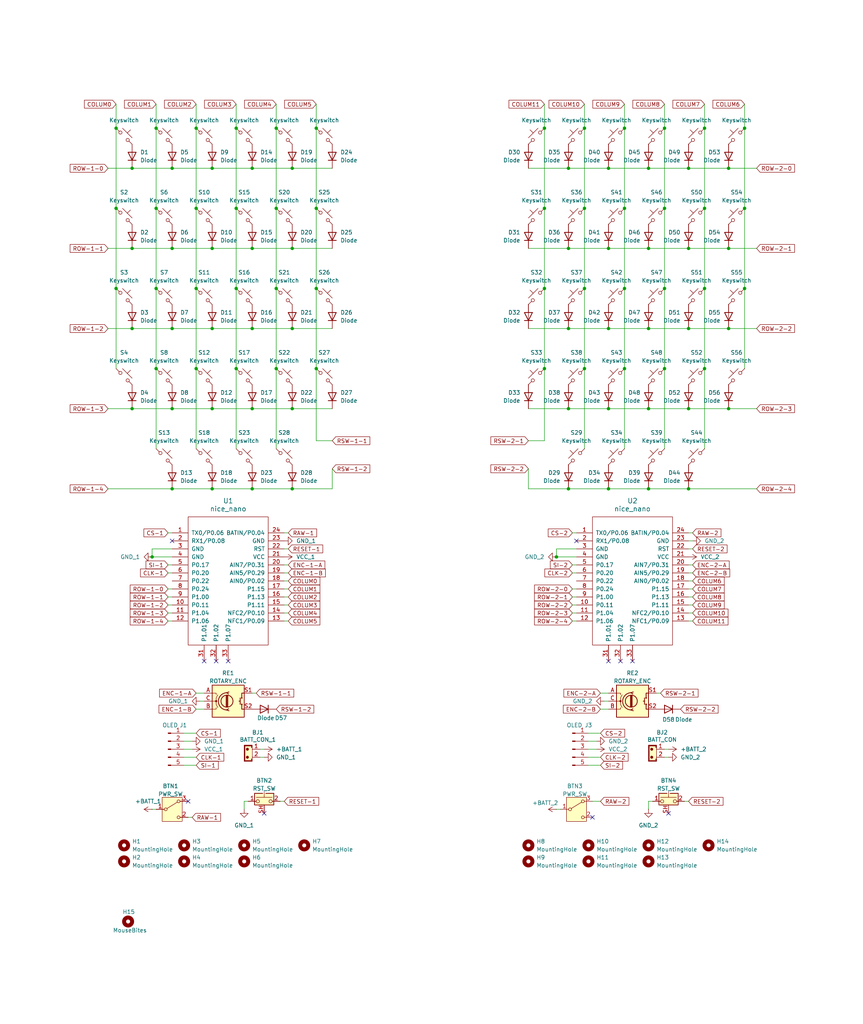
<source format=kicad_sch>
(kicad_sch (version 20250114) (generator "eeschema") (generator_version "9.0")
  (paper "User" 273.8 324.606)
  (junction (at 67.31 104.14))
  (junction (at 92.71 129.54))
  (junction (at 236.22 91.44))
  (junction (at 74.93 40.64))
  (junction (at 41.91 78.74))
  (junction (at 193.04 154.94))
  (junction (at 231.14 78.74))
  (junction (at 92.71 154.94))
  (junction (at 54.61 78.74))
  (junction (at 193.04 104.14))
  (junction (at 62.23 66.04))
  (junction (at 223.52 66.04))
  (junction (at 198.12 40.64))
  (junction (at 80.01 129.54))
  (junction (at 172.72 91.44))
  (junction (at 185.42 40.64))
  (junction (at 100.33 40.64))
  (junction (at 100.33 91.44))
  (junction (at 54.61 104.14))
  (junction (at 67.31 78.74))
  (junction (at 87.63 116.84))
  (junction (at 218.44 129.54))
  (junction (at 218.44 154.94))
  (junction (at 49.53 91.44))
  (junction (at 210.82 66.04))
  (junction (at 185.42 91.44))
  (junction (at 41.91 129.54))
  (junction (at 54.61 53.34))
  (junction (at 236.22 66.04))
  (junction (at 223.52 91.44))
  (junction (at 218.44 104.14))
  (junction (at 49.53 66.04))
  (junction (at 210.82 40.64))
  (junction (at 41.91 104.14))
  (junction (at 205.74 78.74))
  (junction (at 100.33 66.04))
  (junction (at 74.93 116.84))
  (junction (at 80.01 154.94))
  (junction (at 193.04 78.74))
  (junction (at 41.91 53.34))
  (junction (at 87.63 40.64))
  (junction (at 198.12 116.84))
  (junction (at 62.23 40.64))
  (junction (at 205.74 129.54))
  (junction (at 62.23 91.44))
  (junction (at 205.74 154.94))
  (junction (at 198.12 66.04))
  (junction (at 180.34 154.94))
  (junction (at 92.71 53.34))
  (junction (at 87.63 66.04))
  (junction (at 180.34 53.34))
  (junction (at 210.82 91.44))
  (junction (at 223.52 40.64))
  (junction (at 74.93 66.04))
  (junction (at 100.33 116.84))
  (junction (at 185.42 66.04))
  (junction (at 36.83 66.04))
  (junction (at 48.26 176.53))
  (junction (at 67.31 53.34))
  (junction (at 193.04 53.34))
  (junction (at 198.12 91.44))
  (junction (at 62.23 116.84))
  (junction (at 210.82 116.84))
  (junction (at 67.31 154.94))
  (junction (at 185.42 116.84))
  (junction (at 193.04 129.54))
  (junction (at 172.72 66.04))
  (junction (at 49.53 40.64))
  (junction (at 49.53 116.84))
  (junction (at 218.44 78.74))
  (junction (at 74.93 91.44))
  (junction (at 231.14 104.14))
  (junction (at 180.34 78.74))
  (junction (at 223.52 116.84))
  (junction (at 36.83 40.64))
  (junction (at 231.14 129.54))
  (junction (at 92.71 78.74))
  (junction (at 54.61 129.54))
  (junction (at 54.61 154.94))
  (junction (at 87.63 91.44))
  (junction (at 80.01 53.34))
  (junction (at 36.83 91.44))
  (junction (at 80.01 78.74))
  (junction (at 180.34 104.14))
  (junction (at 176.53 176.53))
  (junction (at 180.34 129.54))
  (junction (at 205.74 104.14))
  (junction (at 172.72 40.64))
  (junction (at 92.71 104.14))
  (junction (at 80.01 104.14))
  (junction (at 172.72 116.84))
  (junction (at 218.44 53.34))
  (junction (at 236.22 40.64))
  (junction (at 231.14 53.34))
  (junction (at 205.74 53.34))
  (junction (at 67.31 129.54))
  (no_connect (at 182.88 171.45))
  (no_connect (at 59.69 254))
  (no_connect (at 187.96 259.08))
  (no_connect (at 64.77 209.55))
  (no_connect (at 200.66 209.55))
  (no_connect (at 196.85 209.55))
  (no_connect (at 54.61 171.45))
  (no_connect (at 72.39 209.55))
  (no_connect (at 193.04 209.55))
  (no_connect (at 68.58 209.55))
  (no_connect (at 83.82 257.81))
  (no_connect (at 212.09 257.81))
  (wire (pts (xy 62.23 33.02) (xy 62.23 40.64)))
  (wire (pts (xy 91.44 191.77) (xy 90.17 191.77)))
  (wire (pts (xy 181.61 196.85) (xy 182.88 196.85)))
  (wire (pts (xy 208.28 219.71) (xy 209.55 219.71)))
  (wire (pts (xy 180.34 104.14) (xy 193.04 104.14)))
  (wire (pts (xy 80.01 53.34) (xy 92.71 53.34)))
  (wire (pts (xy 236.22 40.64) (xy 236.22 66.04)))
  (wire (pts (xy 67.31 78.74) (xy 80.01 78.74)))
  (wire (pts (xy 185.42 116.84) (xy 185.42 142.24)))
  (wire (pts (xy 198.12 66.04) (xy 198.12 91.44)))
  (wire (pts (xy 92.71 154.94) (xy 80.01 154.94)))
  (wire (pts (xy 191.77 222.25) (xy 193.04 222.25)))
  (wire (pts (xy 181.61 179.07) (xy 182.88 179.07)))
  (wire (pts (xy 100.33 139.7) (xy 105.41 139.7)))
  (wire (pts (xy 58.42 237.49) (xy 60.96 237.49)))
  (wire (pts (xy 219.71 189.23) (xy 218.44 189.23)))
  (wire (pts (xy 91.44 189.23) (xy 90.17 189.23)))
  (wire (pts (xy 87.63 40.64) (xy 87.63 66.04)))
  (wire (pts (xy 92.71 129.54) (xy 105.41 129.54)))
  (wire (pts (xy 167.64 78.74) (xy 180.34 78.74)))
  (wire (pts (xy 80.01 104.14) (xy 92.71 104.14)))
  (wire (pts (xy 91.44 168.91) (xy 90.17 168.91)))
  (wire (pts (xy 74.93 116.84) (xy 74.93 142.24)))
  (wire (pts (xy 49.53 33.02) (xy 49.53 40.64)))
  (wire (pts (xy 236.22 33.02) (xy 236.22 40.64)))
  (wire (pts (xy 223.52 33.02) (xy 223.52 40.64)))
  (wire (pts (xy 205.74 104.14) (xy 218.44 104.14)))
  (wire (pts (xy 53.34 194.31) (xy 54.61 194.31)))
  (wire (pts (xy 176.53 256.54) (xy 177.8 256.54)))
  (wire (pts (xy 92.71 53.34) (xy 105.41 53.34)))
  (wire (pts (xy 48.26 176.53) (xy 54.61 176.53)))
  (wire (pts (xy 210.82 116.84) (xy 210.82 142.24)))
  (wire (pts (xy 74.93 40.64) (xy 74.93 66.04)))
  (wire (pts (xy 210.82 33.02) (xy 210.82 40.64)))
  (wire (pts (xy 172.72 91.44) (xy 172.72 116.84)))
  (wire (pts (xy 54.61 129.54) (xy 67.31 129.54)))
  (wire (pts (xy 100.33 33.02) (xy 100.33 40.64)))
  (wire (pts (xy 198.12 33.02) (xy 198.12 40.64)))
  (wire (pts (xy 219.71 184.15) (xy 218.44 184.15)))
  (wire (pts (xy 34.29 78.74) (xy 41.91 78.74)))
  (wire (pts (xy 105.41 148.59) (xy 105.41 154.94)))
  (wire (pts (xy 198.12 40.64) (xy 198.12 66.04)))
  (wire (pts (xy 219.71 173.99) (xy 218.44 173.99)))
  (wire (pts (xy 185.42 40.64) (xy 185.42 66.04)))
  (wire (pts (xy 53.34 179.07) (xy 54.61 179.07)))
  (wire (pts (xy 91.44 194.31) (xy 90.17 194.31)))
  (wire (pts (xy 176.53 176.53) (xy 182.88 176.53)))
  (wire (pts (xy 219.71 186.69) (xy 218.44 186.69)))
  (wire (pts (xy 176.53 173.99) (xy 176.53 176.53)))
  (wire (pts (xy 181.61 194.31) (xy 182.88 194.31)))
  (wire (pts (xy 62.23 91.44) (xy 62.23 116.84)))
  (wire (pts (xy 54.61 53.34) (xy 67.31 53.34)))
  (wire (pts (xy 54.61 78.74) (xy 67.31 78.74)))
  (wire (pts (xy 182.88 173.99) (xy 176.53 173.99)))
  (wire (pts (xy 187.96 254) (xy 190.5 254)))
  (wire (pts (xy 91.44 186.69) (xy 90.17 186.69)))
  (wire (pts (xy 88.9 254) (xy 90.17 254)))
  (wire (pts (xy 105.41 154.94) (xy 92.71 154.94)))
  (wire (pts (xy 58.42 242.57) (xy 62.23 242.57)))
  (wire (pts (xy 36.83 66.04) (xy 36.83 91.44)))
  (wire (pts (xy 172.72 40.64) (xy 172.72 66.04)))
  (wire (pts (xy 91.44 184.15) (xy 90.17 184.15)))
  (wire (pts (xy 87.63 116.84) (xy 87.63 142.24)))
  (wire (pts (xy 48.26 173.99) (xy 48.26 176.53)))
  (wire (pts (xy 49.53 91.44) (xy 49.53 116.84)))
  (wire (pts (xy 185.42 33.02) (xy 185.42 40.64)))
  (wire (pts (xy 193.04 154.94) (xy 205.74 154.94)))
  (wire (pts (xy 205.74 154.94) (xy 218.44 154.94)))
  (wire (pts (xy 186.69 240.03) (xy 190.5 240.03)))
  (wire (pts (xy 54.61 154.94) (xy 34.29 154.94)))
  (wire (pts (xy 91.44 173.99) (xy 90.17 173.99)))
  (wire (pts (xy 205.74 53.34) (xy 218.44 53.34)))
  (wire (pts (xy 41.91 78.74) (xy 54.61 78.74)))
  (wire (pts (xy 219.71 171.45) (xy 218.44 171.45)))
  (wire (pts (xy 190.5 219.71) (xy 193.04 219.71)))
  (wire (pts (xy 180.34 129.54) (xy 193.04 129.54)))
  (wire (pts (xy 198.12 91.44) (xy 198.12 116.84)))
  (wire (pts (xy 218.44 53.34) (xy 231.14 53.34)))
  (wire (pts (xy 186.69 232.41) (xy 190.5 232.41)))
  (wire (pts (xy 231.14 129.54) (xy 240.03 129.54)))
  (wire (pts (xy 193.04 104.14) (xy 205.74 104.14)))
  (wire (pts (xy 193.04 78.74) (xy 205.74 78.74)))
  (wire (pts (xy 62.23 116.84) (xy 62.23 142.24)))
  (wire (pts (xy 74.93 91.44) (xy 74.93 116.84)))
  (wire (pts (xy 205.74 129.54) (xy 218.44 129.54)))
  (wire (pts (xy 231.14 78.74) (xy 240.03 78.74)))
  (wire (pts (xy 219.71 194.31) (xy 218.44 194.31)))
  (wire (pts (xy 198.12 116.84) (xy 198.12 142.24)))
  (wire (pts (xy 92.71 78.74) (xy 105.41 78.74)))
  (wire (pts (xy 80.01 219.71) (xy 81.28 219.71)))
  (wire (pts (xy 186.69 234.95) (xy 189.23 234.95)))
  (wire (pts (xy 210.82 66.04) (xy 210.82 91.44)))
  (wire (pts (xy 180.34 154.94) (xy 193.04 154.94)))
  (wire (pts (xy 181.61 191.77) (xy 182.88 191.77)))
  (wire (pts (xy 172.72 66.04) (xy 172.72 91.44)))
  (wire (pts (xy 49.53 116.84) (xy 49.53 142.24)))
  (wire (pts (xy 167.64 53.34) (xy 180.34 53.34)))
  (wire (pts (xy 41.91 53.34) (xy 54.61 53.34)))
  (wire (pts (xy 210.82 237.49) (xy 212.09 237.49)))
  (wire (pts (xy 218.44 129.54) (xy 231.14 129.54)))
  (wire (pts (xy 186.69 242.57) (xy 190.5 242.57)))
  (wire (pts (xy 218.44 154.94) (xy 240.03 154.94)))
  (wire (pts (xy 91.44 196.85) (xy 90.17 196.85)))
  (wire (pts (xy 41.91 104.14) (xy 54.61 104.14)))
  (wire (pts (xy 181.61 186.69) (xy 182.88 186.69)))
  (wire (pts (xy 87.63 91.44) (xy 87.63 116.84)))
  (wire (pts (xy 53.34 196.85) (xy 54.61 196.85)))
  (wire (pts (xy 205.74 78.74) (xy 218.44 78.74)))
  (wire (pts (xy 92.71 104.14) (xy 105.41 104.14)))
  (wire (pts (xy 67.31 104.14) (xy 80.01 104.14)))
  (wire (pts (xy 218.44 104.14) (xy 231.14 104.14)))
  (wire (pts (xy 219.71 191.77) (xy 218.44 191.77)))
  (wire (pts (xy 80.01 154.94) (xy 67.31 154.94)))
  (wire (pts (xy 67.31 53.34) (xy 80.01 53.34)))
  (wire (pts (xy 34.29 129.54) (xy 41.91 129.54)))
  (wire (pts (xy 210.82 240.03) (xy 212.09 240.03)))
  (wire (pts (xy 87.63 33.02) (xy 87.63 40.64)))
  (wire (pts (xy 53.34 168.91) (xy 54.61 168.91)))
  (wire (pts (xy 172.72 116.84) (xy 172.72 139.7)))
  (wire (pts (xy 100.33 116.84) (xy 100.33 139.7)))
  (wire (pts (xy 77.47 254) (xy 77.47 256.54)))
  (wire (pts (xy 91.44 179.07) (xy 90.17 179.07)))
  (wire (pts (xy 185.42 91.44) (xy 185.42 116.84)))
  (wire (pts (xy 167.64 148.59) (xy 167.64 154.94)))
  (wire (pts (xy 181.61 189.23) (xy 182.88 189.23)))
  (wire (pts (xy 205.74 254) (xy 205.74 256.54)))
  (wire (pts (xy 180.34 78.74) (xy 193.04 78.74)))
  (wire (pts (xy 217.17 254) (xy 218.44 254)))
  (wire (pts (xy 34.29 104.14) (xy 41.91 104.14)))
  (wire (pts (xy 186.69 237.49) (xy 189.23 237.49)))
  (wire (pts (xy 219.71 196.85) (xy 218.44 196.85)))
  (wire (pts (xy 193.04 53.34) (xy 205.74 53.34)))
  (wire (pts (xy 223.52 91.44) (xy 223.52 116.84)))
  (wire (pts (xy 62.23 219.71) (xy 64.77 219.71)))
  (wire (pts (xy 219.71 181.61) (xy 218.44 181.61)))
  (wire (pts (xy 62.23 224.79) (xy 64.77 224.79)))
  (wire (pts (xy 53.34 191.77) (xy 54.61 191.77)))
  (wire (pts (xy 36.83 33.02) (xy 36.83 40.64)))
  (wire (pts (xy 82.55 240.03) (xy 83.82 240.03)))
  (wire (pts (xy 100.33 91.44) (xy 100.33 116.84)))
  (wire (pts (xy 100.33 40.64) (xy 100.33 66.04)))
  (wire (pts (xy 100.33 66.04) (xy 100.33 91.44)))
  (wire (pts (xy 54.61 173.99) (xy 48.26 173.99)))
  (wire (pts (xy 67.31 129.54) (xy 80.01 129.54)))
  (wire (pts (xy 60.96 259.08) (xy 59.69 259.08)))
  (wire (pts (xy 62.23 40.64) (xy 62.23 66.04)))
  (wire (pts (xy 181.61 181.61) (xy 182.88 181.61)))
  (wire (pts (xy 36.83 91.44) (xy 36.83 116.84)))
  (wire (pts (xy 223.52 40.64) (xy 223.52 66.04)))
  (wire (pts (xy 87.63 66.04) (xy 87.63 91.44)))
  (wire (pts (xy 54.61 104.14) (xy 67.31 104.14)))
  (wire (pts (xy 219.71 168.91) (xy 218.44 168.91)))
  (wire (pts (xy 53.34 181.61) (xy 54.61 181.61)))
  (wire (pts (xy 207.01 254) (xy 205.74 254)))
  (wire (pts (xy 34.29 53.34) (xy 41.91 53.34)))
  (wire (pts (xy 231.14 53.34) (xy 240.03 53.34)))
  (wire (pts (xy 172.72 139.7) (xy 167.64 139.7)))
  (wire (pts (xy 219.71 179.07) (xy 218.44 179.07)))
  (wire (pts (xy 36.83 40.64) (xy 36.83 66.04)))
  (wire (pts (xy 78.74 254) (xy 77.47 254)))
  (wire (pts (xy 167.64 104.14) (xy 180.34 104.14)))
  (wire (pts (xy 91.44 181.61) (xy 90.17 181.61)))
  (wire (pts (xy 223.52 66.04) (xy 223.52 91.44)))
  (wire (pts (xy 193.04 129.54) (xy 205.74 129.54)))
  (wire (pts (xy 74.93 33.02) (xy 74.93 40.64)))
  (wire (pts (xy 210.82 91.44) (xy 210.82 116.84)))
  (wire (pts (xy 58.42 234.95) (xy 60.96 234.95)))
  (wire (pts (xy 80.01 78.74) (xy 92.71 78.74)))
  (wire (pts (xy 82.55 237.49) (xy 83.82 237.49)))
  (wire (pts (xy 63.5 222.25) (xy 64.77 222.25)))
  (wire (pts (xy 41.91 129.54) (xy 54.61 129.54)))
  (wire (pts (xy 180.34 53.34) (xy 193.04 53.34)))
  (wire (pts (xy 185.42 66.04) (xy 185.42 91.44)))
  (wire (pts (xy 58.42 240.03) (xy 62.23 240.03)))
  (wire (pts (xy 49.53 40.64) (xy 49.53 66.04)))
  (wire (pts (xy 54.61 154.94) (xy 67.31 154.94)))
  (wire (pts (xy 223.52 116.84) (xy 223.52 142.24)))
  (wire (pts (xy 236.22 91.44) (xy 236.22 116.84)))
  (wire (pts (xy 167.64 154.94) (xy 180.34 154.94)))
  (wire (pts (xy 231.14 104.14) (xy 240.03 104.14)))
  (wire (pts (xy 172.72 33.02) (xy 172.72 40.64)))
  (wire (pts (xy 58.42 232.41) (xy 62.23 232.41)))
  (wire (pts (xy 48.26 256.54) (xy 49.53 256.54)))
  (wire (pts (xy 80.01 129.54) (xy 92.71 129.54)))
  (wire (pts (xy 181.61 168.91) (xy 182.88 168.91)))
  (wire (pts (xy 62.23 66.04) (xy 62.23 91.44)))
  (wire (pts (xy 53.34 186.69) (xy 54.61 186.69)))
  (wire (pts (xy 74.93 66.04) (xy 74.93 91.44)))
  (wire (pts (xy 53.34 189.23) (xy 54.61 189.23)))
  (wire (pts (xy 210.82 40.64) (xy 210.82 66.04)))
  (wire (pts (xy 218.44 78.74) (xy 231.14 78.74)))
  (wire (pts (xy 190.5 224.79) (xy 193.04 224.79)))
  (wire (pts (xy 167.64 129.54) (xy 180.34 129.54)))
  (wire (pts (xy 236.22 66.04) (xy 236.22 91.44)))
  (wire (pts (xy 49.53 66.04) (xy 49.53 91.44)))
  (global_label "COLUM10" (shape input) (at 219.71 194.31 0) (property "Intersheetrefs" "${INTERSHEET_REFS}" (effects (hide yes))))
  (global_label "ROW-2-3" (shape input) (at 181.61 194.31 180) (property "Intersheetrefs" "${INTERSHEET_REFS}" (effects (hide yes))))
  (global_label "COLUM7" (shape input) (at 219.71 186.69 0) (property "Intersheetrefs" "${INTERSHEET_REFS}" (effects (hide yes))))
  (global_label "ROW-2-3" (shape input) (at 240.03 129.54 0) (property "Intersheetrefs" "${INTERSHEET_REFS}" (effects (hide yes))))
  (global_label "CS-2" (shape input) (at 181.61 168.91 180) (property "Intersheetrefs" "${INTERSHEET_REFS}" (effects (hide yes))))
  (global_label "COLUM5" (shape input) (at 100.33 33.02 180) (property "Intersheetrefs" "${INTERSHEET_REFS}" (effects (hide yes))))
  (global_label "SI-2" (shape input) (at 181.61 179.07 180) (property "Intersheetrefs" "${INTERSHEET_REFS}" (effects (hide yes))))
  (global_label "RSW-2-2" (shape input) (at 167.64 148.59 180) (property "Intersheetrefs" "${INTERSHEET_REFS}" (effects (hide yes))))
  (global_label "CS-1" (shape input) (at 53.34 168.91 180) (property "Intersheetrefs" "${INTERSHEET_REFS}" (effects (hide yes))))
  (global_label "RSW-1-2" (shape input) (at 105.41 148.59 0) (property "Intersheetrefs" "${INTERSHEET_REFS}" (effects (hide yes))))
  (global_label "COLUM1" (shape input) (at 91.44 186.69 0) (property "Intersheetrefs" "${INTERSHEET_REFS}" (effects (hide yes))))
  (global_label "ROW-1-4" (shape input) (at 53.34 196.85 180) (property "Intersheetrefs" "${INTERSHEET_REFS}" (effects (hide yes))))
  (global_label "COLUM6" (shape input) (at 236.22 33.02 180) (property "Intersheetrefs" "${INTERSHEET_REFS}" (effects (hide yes))))
  (global_label "RSW-2-2" (shape input) (at 215.9 224.79 0) (property "Intersheetrefs" "${INTERSHEET_REFS}" (effects (hide yes))))
  (global_label "ROW-2-2" (shape input) (at 181.61 191.77 180) (property "Intersheetrefs" "${INTERSHEET_REFS}" (effects (hide yes))))
  (global_label "ROW-1-0" (shape input) (at 34.29 53.34 180) (property "Intersheetrefs" "${INTERSHEET_REFS}" (effects (hide yes))))
  (global_label "RESET-2" (shape input) (at 218.44 254 0) (property "Intersheetrefs" "${INTERSHEET_REFS}" (effects (hide yes))))
  (global_label "ENC-1-B" (shape input) (at 91.44 181.61 0) (property "Intersheetrefs" "${INTERSHEET_REFS}" (effects (hide yes))))
  (global_label "ROW-1-4" (shape input) (at 34.29 154.94 180) (property "Intersheetrefs" "${INTERSHEET_REFS}" (effects (hide yes))))
  (global_label "ENC-1-B" (shape input) (at 62.23 224.79 180) (property "Intersheetrefs" "${INTERSHEET_REFS}" (effects (hide yes))))
  (global_label "COLUM0" (shape input) (at 36.83 33.02 180) (property "Intersheetrefs" "${INTERSHEET_REFS}" (effects (hide yes))))
  (global_label "RSW-2-1" (shape input) (at 167.64 139.7 180) (property "Intersheetrefs" "${INTERSHEET_REFS}" (effects (hide yes))))
  (global_label "ROW-2-0" (shape input) (at 240.03 53.34 0) (property "Intersheetrefs" "${INTERSHEET_REFS}" (effects (hide yes))))
  (global_label "COLUM0" (shape input) (at 91.44 184.15 0) (property "Intersheetrefs" "${INTERSHEET_REFS}" (effects (hide yes))))
  (global_label "COLUM8" (shape input) (at 219.71 189.23 0) (property "Intersheetrefs" "${INTERSHEET_REFS}" (effects (hide yes))))
  (global_label "COLUM6" (shape input) (at 219.71 184.15 0) (property "Intersheetrefs" "${INTERSHEET_REFS}" (effects (hide yes))))
  (global_label "COLUM3" (shape input) (at 74.93 33.02 180) (property "Intersheetrefs" "${INTERSHEET_REFS}" (effects (hide yes))))
  (global_label "ENC-2-B" (shape input) (at 219.71 181.61 0) (property "Intersheetrefs" "${INTERSHEET_REFS}" (effects (hide yes))))
  (global_label "RESET-1" (shape input) (at 91.44 173.99 0) (property "Intersheetrefs" "${INTERSHEET_REFS}" (effects (hide yes))))
  (global_label "ENC-2-B" (shape input) (at 190.5 224.79 180) (property "Intersheetrefs" "${INTERSHEET_REFS}" (effects (hide yes))))
  (global_label "ROW-1-1" (shape input) (at 34.29 78.74 180) (property "Intersheetrefs" "${INTERSHEET_REFS}" (effects (hide yes))))
  (global_label "COLUM1" (shape input) (at 49.53 33.02 180) (property "Intersheetrefs" "${INTERSHEET_REFS}" (effects (hide yes))))
  (global_label "ROW-1-0" (shape input) (at 53.34 186.69 180) (property "Intersheetrefs" "${INTERSHEET_REFS}" (effects (hide yes))))
  (global_label "ENC-1-A" (shape input) (at 62.23 219.71 180) (property "Intersheetrefs" "${INTERSHEET_REFS}" (effects (hide yes))))
  (global_label "SI-1" (shape input) (at 62.23 242.57 0) (property "Intersheetrefs" "${INTERSHEET_REFS}" (effects (hide yes))))
  (global_label "ROW-2-4" (shape input) (at 181.61 196.85 180) (property "Intersheetrefs" "${INTERSHEET_REFS}" (effects (hide yes))))
  (global_label "COLUM10" (shape input) (at 185.42 33.02 180) (property "Intersheetrefs" "${INTERSHEET_REFS}" (effects (hide yes))))
  (global_label "RESET-2" (shape input) (at 219.71 173.99 0) (property "Intersheetrefs" "${INTERSHEET_REFS}" (effects (hide yes))))
  (global_label "ROW-1-1" (shape input) (at 53.34 189.23 180) (property "Intersheetrefs" "${INTERSHEET_REFS}" (effects (hide yes))))
  (global_label "RSW-1-1" (shape input) (at 105.41 139.7 0) (property "Intersheetrefs" "${INTERSHEET_REFS}" (effects (hide yes))))
  (global_label "RAW-2" (shape input) (at 190.5 254 0) (property "Intersheetrefs" "${INTERSHEET_REFS}" (effects (hide yes))))
  (global_label "RAW-1" (shape input) (at 91.44 168.91 0) (property "Intersheetrefs" "${INTERSHEET_REFS}" (effects (hide yes))))
  (global_label "ROW-2-0" (shape input) (at 181.61 186.69 180) (property "Intersheetrefs" "${INTERSHEET_REFS}" (effects (hide yes))))
  (global_label "RAW-2" (shape input) (at 219.71 168.91 0) (property "Intersheetrefs" "${INTERSHEET_REFS}" (effects (hide yes))))
  (global_label "RSW-1-1" (shape input) (at 81.28 219.71 0) (property "Intersheetrefs" "${INTERSHEET_REFS}" (effects (hide yes))))
  (global_label "ENC-1-A" (shape input) (at 91.44 179.07 0) (property "Intersheetrefs" "${INTERSHEET_REFS}" (effects (hide yes))))
  (global_label "COLUM7" (shape input) (at 223.52 33.02 180) (property "Intersheetrefs" "${INTERSHEET_REFS}" (effects (hide yes))))
  (global_label "COLUM4" (shape input) (at 87.63 33.02 180) (property "Intersheetrefs" "${INTERSHEET_REFS}" (effects (hide yes))))
  (global_label "RESET-1" (shape input) (at 90.17 254 0) (property "Intersheetrefs" "${INTERSHEET_REFS}" (effects (hide yes))))
  (global_label "CLK-2" (shape input) (at 190.5 240.03 0) (property "Intersheetrefs" "${INTERSHEET_REFS}" (effects (hide yes))))
  (global_label "RSW-2-1" (shape input) (at 209.55 219.71 0) (property "Intersheetrefs" "${INTERSHEET_REFS}" (effects (hide yes))))
  (global_label "CLK-1" (shape input) (at 62.23 240.03 0) (property "Intersheetrefs" "${INTERSHEET_REFS}" (effects (hide yes))))
  (global_label "COLUM5" (shape input) (at 91.44 196.85 0) (property "Intersheetrefs" "${INTERSHEET_REFS}" (effects (hide yes))))
  (global_label "COLUM2" (shape input) (at 91.44 189.23 0) (property "Intersheetrefs" "${INTERSHEET_REFS}" (effects (hide yes))))
  (global_label "CLK-2" (shape input) (at 181.61 181.61 180) (property "Intersheetrefs" "${INTERSHEET_REFS}" (effects (hide yes))))
  (global_label "ROW-1-3" (shape input) (at 34.29 129.54 180) (property "Intersheetrefs" "${INTERSHEET_REFS}" (effects (hide yes))))
  (global_label "ROW-2-2" (shape input) (at 240.03 104.14 0) (property "Intersheetrefs" "${INTERSHEET_REFS}" (effects (hide yes))))
  (global_label "COLUM11" (shape input) (at 172.72 33.02 180) (property "Intersheetrefs" "${INTERSHEET_REFS}" (effects (hide yes))))
  (global_label "COLUM4" (shape input) (at 91.44 194.31 0) (property "Intersheetrefs" "${INTERSHEET_REFS}" (effects (hide yes))))
  (global_label "ROW-1-2" (shape input) (at 53.34 191.77 180) (property "Intersheetrefs" "${INTERSHEET_REFS}" (effects (hide yes))))
  (global_label "ROW-2-1" (shape input) (at 240.03 78.74 0) (property "Intersheetrefs" "${INTERSHEET_REFS}" (effects (hide yes))))
  (global_label "COLUM2" (shape input) (at 62.23 33.02 180) (property "Intersheetrefs" "${INTERSHEET_REFS}" (effects (hide yes))))
  (global_label "RAW-1" (shape input) (at 60.96 259.08 0) (property "Intersheetrefs" "${INTERSHEET_REFS}" (effects (hide yes))))
  (global_label "CLK-1" (shape input) (at 53.34 181.61 180) (property "Intersheetrefs" "${INTERSHEET_REFS}" (effects (hide yes))))
  (global_label "COLUM9" (shape input) (at 219.71 191.77 0) (property "Intersheetrefs" "${INTERSHEET_REFS}" (effects (hide yes))))
  (global_label "ENC-2-A" (shape input) (at 219.71 179.07 0) (property "Intersheetrefs" "${INTERSHEET_REFS}" (effects (hide yes))))
  (global_label "ROW-1-2" (shape input) (at 34.29 104.14 180) (property "Intersheetrefs" "${INTERSHEET_REFS}" (effects (hide yes))))
  (global_label "SI-2" (shape input) (at 190.5 242.57 0) (property "Intersheetrefs" "${INTERSHEET_REFS}" (effects (hide yes))))
  (global_label "CS-2" (shape input) (at 190.5 232.41 0) (property "Intersheetrefs" "${INTERSHEET_REFS}" (effects (hide yes))))
  (global_label "RSW-1-2" (shape input) (at 87.63 224.79 0) (property "Intersheetrefs" "${INTERSHEET_REFS}" (effects (hide yes))))
  (global_label "COLUM3" (shape input) (at 91.44 191.77 0) (property "Intersheetrefs" "${INTERSHEET_REFS}" (effects (hide yes))))
  (global_label "ROW-2-4" (shape input) (at 240.03 154.94 0) (property "Intersheetrefs" "${INTERSHEET_REFS}" (effects (hide yes))))
  (global_label "ROW-1-3" (shape input) (at 53.34 194.31 180) (property "Intersheetrefs" "${INTERSHEET_REFS}" (effects (hide yes))))
  (global_label "CS-1" (shape input) (at 62.23 232.41 0) (property "Intersheetrefs" "${INTERSHEET_REFS}" (effects (hide yes))))
  (global_label "COLUM9" (shape input) (at 198.12 33.02 180) (property "Intersheetrefs" "${INTERSHEET_REFS}" (effects (hide yes))))
  (global_label "ROW-2-1" (shape input) (at 181.61 189.23 180) (property "Intersheetrefs" "${INTERSHEET_REFS}" (effects (hide yes))))
  (global_label "COLUM11" (shape input) (at 219.71 196.85 0) (property "Intersheetrefs" "${INTERSHEET_REFS}" (effects (hide yes))))
  (global_label "ENC-2-A" (shape input) (at 190.5 219.71 180) (property "Intersheetrefs" "${INTERSHEET_REFS}" (effects (hide yes))))
  (global_label "COLUM8" (shape input) (at 210.82 33.02 180) (property "Intersheetrefs" "${INTERSHEET_REFS}" (effects (hide yes))))
  (global_label "SI-1" (shape input) (at 53.34 179.07 180) (property "Intersheetrefs" "${INTERSHEET_REFS}" (effects (hide yes))))
  (symbol (lib_id "KEYBOARD_DESIGN:Placeholder_Keyswitch") (at 64.77 68.58 0) (unit 1)
    (property "Reference" "S10" (at 64.77 60.96 0))
    (property "Value" "Keyswitch" (at 64.77 63.5 0))
    (property "Footprint" "ScottoKeebs_Hotswap:Hotswap_MX_1.00u" (effects (hide yes)))
    (property "Description" "Push button switch, normally open, two pins, 45° tilted" (effects (hide yes)))
    (property "COL" "1" (effects (hide yes)))
  )
  (symbol (lib_id "KEYBOARD_DESIGN:Placeholder_Keyswitch") (at 52.07 68.58 0) (unit 1)
    (property "Reference" "S6" (at 52.07 60.96 0))
    (property "Value" "Keyswitch" (at 52.07 63.5 0))
    (property "Footprint" "ScottoKeebs_Hotswap:Hotswap_MX_1.00u" (effects (hide yes)))
    (property "Description" "Push button switch, normally open, two pins, 45° tilted" (effects (hide yes)))
    (property "COL" "1" (effects (hide yes)))
  )
  (symbol (lib_id "Mechanical:MountingHole") (at 186.69 273.05 0) (unit 1) (in_bom no)
    (property "Reference" "H11" (at 189.23 271.7799 0) (effects (justify left)))
    (property "Value" "MountingHole" (at 189.23 274.3199 0) (effects (justify left)))
    (property "Footprint" "MountingHole:MountingHole_2.2mm_M2" (effects (hide yes)))
    (property "Description" "Mounting Hole without connection" (effects (hide yes)))
  )
  (symbol (lib_id "NiceView_OLED:Conn_01x05_Male") (at 53.34 237.49 0) (unit 1)
    (property "Reference" "J1" (at 58.166 229.87 0))
    (property "Value" "OLED" (at 53.975 229.87 0))
    (property "Footprint" "nice_view_LS011B7DH03:nice_view_LS011B7DH03" (effects (hide yes)))
  )
  (symbol (lib_id "Mechanical:MountingHole") (at 224.79 267.97 0) (unit 1) (in_bom no)
    (property "Reference" "H14" (at 227.33 266.6999 0) (effects (justify left)))
    (property "Value" "MountingHole" (at 227.33 269.2399 0) (effects (justify left)))
    (property "Footprint" "MountingHole:MountingHole_2.2mm_M2" (effects (hide yes)))
    (property "Description" "Mounting Hole without connection" (effects (hide yes)))
  )
  (symbol (lib_id "KEYBOARD_DESIGN:Placeholder_Diode") (at 92.71 100.33 90) (unit 1)
    (property "Reference" "D21" (at 95.25 99.0599 90) (effects (justify right)))
    (property "Value" "Diode" (at 95.25 101.5999 90) (effects (justify right)))
    (property "Footprint" "ScottoKeebs_Components:Diode_DO-35" (effects (hide yes)))
    (property "Description" "1N4148 (DO-35) or 1N4148W (SOD-123)" (effects (hide yes)))
    (property "Sim.Device" "D" (effects (hide yes)))
    (property "Sim.Pins" "1=K 2=A" (effects (hide yes)))
  )
  (symbol (lib_id "KEYBOARD_DESIGN:Placeholder_Keyswitch") (at 182.88 68.58 0) (mirror y) (unit 1)
    (property "Reference" "S36" (at 182.88 60.96 0))
    (property "Value" "Keyswitch" (at 182.88 63.5 0))
    (property "Footprint" "ScottoKeebs_Hotswap:Hotswap_MX_1.00u" (effects (hide yes)))
    (property "Description" "Push button switch, normally open, two pins, 45° tilted" (effects (hide yes)))
    (property "COL" "1" (effects (hide yes)))
  )
  (symbol (lib_id "KEYBOARD_DESIGN:Placeholder_Diode") (at 67.31 100.33 90) (unit 1)
    (property "Reference" "D11" (at 69.85 99.0599 90) (effects (justify right)))
    (property "Value" "Diode" (at 69.85 101.5999 90) (effects (justify right)))
    (property "Footprint" "ScottoKeebs_Components:Diode_DO-35" (effects (hide yes)))
    (property "Description" "1N4148 (DO-35) or 1N4148W (SOD-123)" (effects (hide yes)))
    (property "Sim.Device" "D" (effects (hide yes)))
    (property "Sim.Pins" "1=K 2=A" (effects (hide yes)))
  )
  (symbol (lib_id "Mechanical:MountingHole") (at 39.37 267.97 0) (unit 1) (in_bom no)
    (property "Reference" "H1" (at 41.91 266.6999 0) (effects (justify left)))
    (property "Value" "MountingHole" (at 41.91 269.2399 0) (effects (justify left)))
    (property "Footprint" "MountingHole:MountingHole_2.2mm_M2" (effects (hide yes)))
    (property "Description" "Mounting Hole without connection" (effects (hide yes)))
  )
  (symbol (lib_id "KEYBOARD_DESIGN:Placeholder_Diode") (at 92.71 151.13 90) (unit 1)
    (property "Reference" "D28" (at 95.25 149.8599 90) (effects (justify right)))
    (property "Value" "Diode" (at 95.25 152.3999 90) (effects (justify right)))
    (property "Footprint" "ScottoKeebs_Components:Diode_DO-35" (effects (hide yes)))
    (property "Description" "1N4148 (DO-35) or 1N4148W (SOD-123)" (effects (hide yes)))
    (property "Sim.Device" "D" (effects (hide yes)))
    (property "Sim.Pins" "1=K 2=A" (effects (hide yes)))
  )
  (symbol (lib_id "KEYBOARD_DESIGN:Placeholder_Keyswitch") (at 64.77 119.38 0) (unit 1)
    (property "Reference" "S12" (at 64.77 111.76 0))
    (property "Value" "Keyswitch" (at 64.77 114.3 0))
    (property "Footprint" "ScottoKeebs_Hotswap:Hotswap_MX_1.00u" (effects (hide yes)))
    (property "Description" "Push button switch, normally open, two pins, 45° tilted" (effects (hide yes)))
    (property "COL" "3" (effects (hide yes)))
  )
  (symbol (lib_id "KEYBOARD_DESIGN:Placeholder_Keyswitch") (at 220.98 119.38 0) (mirror y) (unit 1)
    (property "Reference" "S52" (at 220.98 111.76 0))
    (property "Value" "Keyswitch" (at 220.98 114.3 0))
    (property "Footprint" "ScottoKeebs_Hotswap:Hotswap_MX_1.00u" (effects (hide yes)))
    (property "Description" "Push button switch, normally open, two pins, 45° tilted" (effects (hide yes)))
    (property "COL" "3" (effects (hide yes)))
  )
  (symbol (lib_id "KEYBOARD_DESIGN:Placeholder_Diode") (at 205.74 151.13 270) (mirror x) (unit 1)
    (property "Reference" "D39" (at 203.2 149.8599 90) (effects (justify right)))
    (property "Value" "Diode" (at 203.2 152.3999 90) (effects (justify right)))
    (property "Footprint" "ScottoKeebs_Components:Diode_DO-35" (effects (hide yes)))
    (property "Description" "1N4148 (DO-35) or 1N4148W (SOD-123)" (effects (hide yes)))
    (property "Sim.Device" "D" (effects (hide yes)))
    (property "Sim.Pins" "1=K 2=A" (effects (hide yes)))
  )
  (symbol (lib_id "KEYBOARD_DESIGN:Placeholder_Keyswitch") (at 220.98 93.98 0) (mirror y) (unit 1)
    (property "Reference" "S51" (at 220.98 86.36 0))
    (property "Value" "Keyswitch" (at 220.98 88.9 0))
    (property "Footprint" "ScottoKeebs_Hotswap:Hotswap_MX_1.00u" (effects (hide yes)))
    (property "Description" "Push button switch, normally open, two pins, 45° tilted" (effects (hide yes)))
    (property "COL" "2" (effects (hide yes)))
  )
  (symbol (lib_id "KEYBOARD_DESIGN:Placeholder_Keyswitch") (at 220.98 144.78 0) (mirror y) (unit 1)
    (property "Reference" "S44" (at 220.98 137.16 0))
    (property "Value" "Keyswitch" (at 220.98 139.7 0))
    (property "Footprint" "ScottoKeebs_Hotswap:Hotswap_MX_1.00u" (effects (hide yes)))
    (property "Description" "Push button switch, normally open, two pins, 45° tilted" (effects (hide yes)))
    (property "COL" "4" (effects (hide yes)))
  )
  (symbol (lib_id "KEYBOARD_DESIGN:Placeholder_Diode") (at 218.44 151.13 270) (mirror x) (unit 1)
    (property "Reference" "D44" (at 215.9 149.8599 90) (effects (justify right)))
    (property "Value" "Diode" (at 215.9 152.3999 90) (effects (justify right)))
    (property "Footprint" "ScottoKeebs_Components:Diode_DO-35" (effects (hide yes)))
    (property "Description" "1N4148 (DO-35) or 1N4148W (SOD-123)" (effects (hide yes)))
    (property "Sim.Device" "D" (effects (hide yes)))
    (property "Sim.Pins" "1=K 2=A" (effects (hide yes)))
  )
  (symbol (lib_id "Mechanical:MountingHole") (at 39.37 273.05 0) (unit 1) (in_bom no)
    (property "Reference" "H2" (at 41.91 271.7799 0) (effects (justify left)))
    (property "Value" "MountingHole" (at 41.91 274.3199 0) (effects (justify left)))
    (property "Footprint" "MountingHole:MountingHole_2.2mm_M2" (effects (hide yes)))
    (property "Description" "Mounting Hole without connection" (effects (hide yes)))
  )
  (symbol (lib_id "Mechanical:MountingHole") (at 58.42 273.05 0) (unit 1) (in_bom no)
    (property "Reference" "H4" (at 60.96 271.7799 0) (effects (justify left)))
    (property "Value" "MountingHole" (at 60.96 274.3199 0) (effects (justify left)))
    (property "Footprint" "MountingHole:MountingHole_2.2mm_M2" (effects (hide yes)))
    (property "Description" "Mounting Hole without connection" (effects (hide yes)))
  )
  (symbol (lib_id "KEYBOARD_DESIGN:Placeholder_Keyswitch") (at 77.47 144.78 0) (unit 1)
    (property "Reference" "S23" (at 77.47 137.16 0))
    (property "Value" "Keyswitch" (at 77.47 139.7 0))
    (property "Footprint" "ScottoKeebs_Hotswap:Hotswap_MX_1.00u" (effects (hide yes)))
    (property "Description" "Push button switch, normally open, two pins, 45° tilted" (effects (hide yes)))
    (property "COL" "4" (effects (hide yes)))
  )
  (symbol (lib_id "KEYBOARD_DESIGN:Placeholder_Diode") (at 92.71 49.53 90) (unit 1)
    (property "Reference" "D19" (at 95.25 48.2599 90) (effects (justify right)))
    (property "Value" "Diode" (at 95.25 50.7999 90) (effects (justify right)))
    (property "Footprint" "ScottoKeebs_Components:Diode_DO-35" (effects (hide yes)))
    (property "Description" "1N4148 (DO-35) or 1N4148W (SOD-123)" (effects (hide yes)))
    (property "Sim.Device" "D" (effects (hide yes)))
    (property "Sim.Pins" "1=K 2=A" (effects (hide yes)))
  )
  (symbol (lib_id "PCM_SL_Connectors:JST_02") (at 207.01 238.76 0) (mirror y) (unit 1)
    (property "Reference" "BJ2" (at 210.058 232.156 0))
    (property "Value" "BATT_CON" (at 210.058 234.442 0))
    (property "Footprint" "ScottoKeebs_Components:Connector_1x02_JST-PH" (effects (hide yes)))
    (property "Description" "JST Connector  2 pins" (effects (hide yes)))
    (property "LCSC" "C295747" (effects (hide yes)))
  )
  (symbol (lib_id "KEYBOARD_DESIGN:Placeholder_Keyswitch") (at 170.18 43.18 0) (mirror y) (unit 1)
    (property "Reference" "S30" (effects (hide yes)))
    (property "Value" "Keyswitch" (at 170.18 38.1 0))
    (property "Footprint" "ScottoKeebs_Hotswap:Hotswap_MX_1.00u" (effects (hide yes)))
    (property "Description" "Push button switch, normally open, two pins, 45° tilted" (effects (hide yes)))
    (property "COL" "0" (effects (hide yes)))
  )
  (symbol (lib_id "power:GND") (at 219.71 171.45 90) (unit 1)
    (property "Reference" "#PWR010" (effects (hide yes)))
    (property "Value" "GND_2" (at 223.52 171.4499 90) (effects (justify right)))
    (property "Description" "Power symbol creates a global label with name \"GND\" , ground" (effects (hide yes)))
  )
  (symbol (lib_id "KEYBOARD_DESIGN:Placeholder_Keyswitch") (at 102.87 68.58 0) (unit 1)
    (property "Reference" "S25" (at 102.87 60.96 0))
    (property "Value" "Keyswitch" (at 102.87 63.5 0))
    (property "Footprint" "ScottoKeebs_Hotswap:Hotswap_MX_1.00u" (effects (hide yes)))
    (property "Description" "Push button switch, normally open, two pins, 45° tilted" (effects (hide yes)))
    (property "COL" "1" (effects (hide yes)))
  )
  (symbol (lib_id "KEYBOARD_DESIGN:Placeholder_Keyswitch") (at 170.18 93.98 0) (mirror y) (unit 1)
    (property "Reference" "S32" (at 170.18 86.36 0))
    (property "Value" "Keyswitch" (at 170.18 88.9 0))
    (property "Footprint" "ScottoKeebs_Hotswap:Hotswap_MX_1.00u" (effects (hide yes)))
    (property "Description" "Push button switch, normally open, two pins, 45° tilted" (effects (hide yes)))
    (property "COL" "2" (effects (hide yes)))
  )
  (symbol (lib_id "Switch:CK_KMS2xxGP") (at 212.09 254 0) (unit 1)
    (property "Reference" "BTN4" (at 212.09 247.396 0))
    (property "Value" "RST_SW" (at 212.09 249.936 0))
    (property "Footprint" "K2-1112SA-A4DW-01:Right-Angle_PushButton" (effects (hide yes)))
    (property "Description" "C961745" (effects (hide yes)))
  )
  (symbol (lib_id "Mechanical:MountingHole") (at 167.64 273.05 0) (unit 1) (in_bom no)
    (property "Reference" "H9" (at 170.18 271.7799 0) (effects (justify left)))
    (property "Value" "MountingHole" (at 170.18 274.3199 0) (effects (justify left)))
    (property "Footprint" "MountingHole:MountingHole_2.2mm_M2" (effects (hide yes)))
    (property "Description" "Mounting Hole without connection" (effects (hide yes)))
  )
  (symbol (lib_id "KEYBOARD_DESIGN:Placeholder_Keyswitch") (at 90.17 68.58 0) (unit 1)
    (property "Reference" "S20" (at 90.17 60.96 0))
    (property "Value" "Keyswitch" (at 90.17 63.5 0))
    (property "Footprint" "ScottoKeebs_Hotswap:Hotswap_MX_1.00u" (effects (hide yes)))
    (property "Description" "Push button switch, normally open, two pins, 45° tilted" (effects (hide yes)))
    (property "COL" "1" (effects (hide yes)))
  )
  (symbol (lib_id "power:GND") (at 191.77 222.25 270) (unit 1)
    (property "Reference" "#PWR05" (effects (hide yes)))
    (property "Value" "GND_2" (at 187.96 222.2499 90) (effects (justify right)))
    (property "Description" "Power symbol creates a global label with name \"GND\" , ground" (effects (hide yes)))
  )
  (symbol (lib_id "power:VCC") (at 189.23 237.49 270) (unit 1)
    (property "Reference" "#PWR017" (effects (hide yes)))
    (property "Value" "VCC_2" (at 193.04 237.4899 90) (effects (justify left)))
    (property "Description" "Power symbol creates a global label with name \"VCC\"" (effects (hide yes)))
  )
  (symbol (lib_id "KEYBOARD_DESIGN:Placeholder_Keyswitch") (at 195.58 68.58 0) (mirror y) (unit 1)
    (property "Reference" "S41" (at 195.58 60.96 0))
    (property "Value" "Keyswitch" (at 195.58 63.5 0))
    (property "Footprint" "ScottoKeebs_Hotswap:Hotswap_MX_1.00u" (effects (hide yes)))
    (property "Description" "Push button switch, normally open, two pins, 45° tilted" (effects (hide yes)))
    (property "COL" "1" (effects (hide yes)))
  )
  (symbol (lib_id "KEYBOARD_DESIGN:Placeholder_Keyswitch") (at 208.28 43.18 0) (mirror y) (unit 1)
    (property "Reference" "S45" (effects (hide yes)))
    (property "Value" "Keyswitch" (at 208.28 38.1 0))
    (property "Footprint" "ScottoKeebs_Hotswap:Hotswap_MX_1.00u" (effects (hide yes)))
    (property "Description" "Push button switch, normally open, two pins, 45° tilted" (effects (hide yes)))
    (property "COL" "0" (effects (hide yes)))
  )
  (symbol (lib_id "KEYBOARD_DESIGN:Placeholder_Diode") (at 105.41 125.73 90) (unit 1)
    (property "Reference" "D27" (at 107.95 124.4599 90) (effects (justify right)))
    (property "Value" "Diode" (at 107.95 126.9999 90) (effects (justify right)))
    (property "Footprint" "ScottoKeebs_Components:Diode_DO-35" (effects (hide yes)))
    (property "Description" "1N4148 (DO-35) or 1N4148W (SOD-123)" (effects (hide yes)))
    (property "Sim.Device" "D" (effects (hide yes)))
    (property "Sim.Pins" "1=K 2=A" (effects (hide yes)))
  )
  (symbol (lib_id "Mechanical:MountingHole") (at 77.47 267.97 0) (unit 1) (in_bom no)
    (property "Reference" "H5" (at 80.01 266.6999 0) (effects (justify left)))
    (property "Value" "MountingHole" (at 80.01 269.2399 0) (effects (justify left)))
    (property "Footprint" "MountingHole:MountingHole_2.2mm_M2" (effects (hide yes)))
    (property "Description" "Mounting Hole without connection" (effects (hide yes)))
  )
  (symbol (lib_id "KEYBOARD_DESIGN:Placeholder_Diode") (at 67.31 49.53 90) (unit 1)
    (property "Reference" "D9" (at 69.85 48.2599 90) (effects (justify right)))
    (property "Value" "Diode" (at 69.85 50.7999 90) (effects (justify right)))
    (property "Footprint" "ScottoKeebs_Components:Diode_DO-35" (effects (hide yes)))
    (property "Description" "1N4148 (DO-35) or 1N4148W (SOD-123)" (effects (hide yes)))
    (property "Sim.Device" "D" (effects (hide yes)))
    (property "Sim.Pins" "1=K 2=A" (effects (hide yes)))
  )
  (symbol (lib_id "power:+BATT") (at 83.82 237.49 270) (unit 1)
    (property "Reference" "#PWR07" (effects (hide yes)))
    (property "Value" "+BATT_1" (at 87.63 237.4899 90) (effects (justify left)))
    (property "Description" "Power symbol creates a global label with name \"+BATT\"" (effects (hide yes)))
  )
  (symbol (lib_id "power:GND") (at 176.53 176.53 270) (unit 1)
    (property "Reference" "#PWR09" (effects (hide yes)))
    (property "Value" "GND_2" (at 172.72 176.5299 90) (effects (justify right)))
    (property "Description" "Power symbol creates a global label with name \"GND\" , ground" (effects (hide yes)))
  )
  (symbol (lib_id "power:+BATT") (at 48.26 256.54 90) (unit 1)
    (property "Reference" "#PWR04" (effects (hide yes)))
    (property "Value" "+BATT_1" (at 46.99 254 90))
    (property "Description" "Power symbol creates a global label with name \"+BATT\"" (effects (hide yes)))
  )
  (symbol (lib_id "KEYBOARD_DESIGN:Placeholder_Diode") (at 231.14 49.53 270) (mirror x) (unit 1)
    (property "Reference" "D53" (at 228.6 48.2599 90) (effects (justify right)))
    (property "Value" "Diode" (at 228.6 50.7999 90) (effects (justify right)))
    (property "Footprint" "ScottoKeebs_Components:Diode_DO-35" (effects (hide yes)))
    (property "Description" "1N4148 (DO-35) or 1N4148W (SOD-123)" (effects (hide yes)))
    (property "Sim.Device" "D" (effects (hide yes)))
    (property "Sim.Pins" "1=K 2=A" (effects (hide yes)))
  )
  (symbol (lib_id "KEYBOARD_DESIGN:Placeholder_Diode") (at 41.91 125.73 90) (unit 1)
    (property "Reference" "D4" (at 44.45 124.4599 90) (effects (justify right)))
    (property "Value" "Diode" (at 44.45 126.9999 90) (effects (justify right)))
    (property "Footprint" "ScottoKeebs_Components:Diode_DO-35" (effects (hide yes)))
    (property "Description" "1N4148 (DO-35) or 1N4148W (SOD-123)" (effects (hide yes)))
    (property "Sim.Device" "D" (effects (hide yes)))
    (property "Sim.Pins" "1=K 2=A" (effects (hide yes)))
  )
  (symbol (lib_id "KEYBOARD_DESIGN:Placeholder_Keyswitch") (at 182.88 93.98 0) (mirror y) (unit 1)
    (property "Reference" "S37" (at 182.88 86.36 0))
    (property "Value" "Keyswitch" (at 182.88 88.9 0))
    (property "Footprint" "ScottoKeebs_Hotswap:Hotswap_MX_1.00u" (effects (hide yes)))
    (property "Description" "Push button switch, normally open, two pins, 45° tilted" (effects (hide yes)))
    (property "COL" "2" (effects (hide yes)))
  )
  (symbol (lib_id "power:GND") (at 48.26 176.53 270) (unit 1)
    (property "Reference" "#PWR012" (effects (hide yes)))
    (property "Value" "GND_1" (at 44.45 176.5299 90) (effects (justify right)))
    (property "Description" "Power symbol creates a global label with name \"GND\" , ground" (effects (hide yes)))
  )
  (symbol (lib_name "Placeholder_Keyswitch_2") (lib_id "KEYBOARD_DESIGN:Placeholder_Keyswitch") (at 39.37 43.18 0) (unit 1)
    (property "Reference" "S1" (effects (hide yes)))
    (property "Value" "Keyswitch" (at 39.37 38.1 0))
    (property "Footprint" "ScottoKeebs_Hotswap:Hotswap_MX_1.00u" (effects (hide yes)))
    (property "Description" "Push button switch, normally open, two pins, 45° tilted" (effects (hide yes)))
    (property "COL" "0" (effects (hide yes)))
  )
  (symbol (lib_id "NiceView_OLED:Conn_01x05_Male") (at 181.61 237.49 0) (unit 1)
    (property "Reference" "J3" (at 186.69 229.87 0))
    (property "Value" "OLED" (at 182.245 229.87 0))
    (property "Footprint" "nice_view_LS011B7DH03:nice_view_LS011B7DH03" (effects (hide yes)))
  )
  (symbol (lib_id "KEYBOARD_DESIGN:Placeholder_Keyswitch") (at 195.58 119.38 0) (mirror y) (unit 1)
    (property "Reference" "S43" (at 195.58 111.76 0))
    (property "Value" "Keyswitch" (at 195.58 114.3 0))
    (property "Footprint" "ScottoKeebs_Hotswap:Hotswap_MX_1.00u" (effects (hide yes)))
    (property "Description" "Push button switch, normally open, two pins, 45° tilted" (effects (hide yes)))
    (property "COL" "3" (effects (hide yes)))
  )
  (symbol (lib_id "power:GND") (at 90.17 171.45 90) (unit 1)
    (property "Reference" "#PWR013" (effects (hide yes)))
    (property "Value" "GND_1" (at 93.98 171.4499 90) (effects (justify right)))
    (property "Description" "Power symbol creates a global label with name \"GND\" , ground" (effects (hide yes)))
  )
  (symbol (lib_id "KEYBOARD_DESIGN:Placeholder_Diode") (at 180.34 74.93 270) (mirror x) (unit 1)
    (property "Reference" "D36" (at 177.8 73.6599 90) (effects (justify right)))
    (property "Value" "Diode" (at 177.8 76.1999 90) (effects (justify right)))
    (property "Footprint" "ScottoKeebs_Components:Diode_DO-35" (effects (hide yes)))
    (property "Description" "1N4148 (DO-35) or 1N4148W (SOD-123)" (effects (hide yes)))
    (property "Sim.Device" "D" (effects (hide yes)))
    (property "Sim.Pins" "1=K 2=A" (effects (hide yes)))
  )
  (symbol (lib_id "KEYBOARD_DESIGN:Placeholder_Keyswitch") (at 64.77 144.78 0) (unit 1)
    (property "Reference" "S18" (at 64.77 137.16 0))
    (property "Value" "Keyswitch" (at 64.77 139.7 0))
    (property "Footprint" "ScottoKeebs_Hotswap:Hotswap_MX_1.00u" (effects (hide yes)))
    (property "Description" "Push button switch, normally open, two pins, 45° tilted" (effects (hide yes)))
    (property "COL" "4" (effects (hide yes)))
  )
  (symbol (lib_id "KEYBOARD_DESIGN:Placeholder_Diode") (at 80.01 151.13 90) (unit 1)
    (property "Reference" "D23" (at 82.55 149.8599 90) (effects (justify right)))
    (property "Value" "Diode" (at 82.55 152.3999 90) (effects (justify right)))
    (property "Footprint" "ScottoKeebs_Components:Diode_DO-35" (effects (hide yes)))
    (property "Description" "1N4148 (DO-35) or 1N4148W (SOD-123)" (effects (hide yes)))
    (property "Sim.Device" "D" (effects (hide yes)))
    (property "Sim.Pins" "1=K 2=A" (effects (hide yes)))
  )
  (symbol (lib_id "KEYBOARD_DESIGN:Placeholder_Keyswitch") (at 195.58 43.18 0) (mirror y) (unit 1)
    (property "Reference" "S40" (effects (hide yes)))
    (property "Value" "Keyswitch" (at 195.58 38.1 0))
    (property "Footprint" "ScottoKeebs_Hotswap:Hotswap_MX_1.00u" (effects (hide yes)))
    (property "Description" "Push button switch, normally open, two pins, 45° tilted" (effects (hide yes)))
    (property "COL" "0" (effects (hide yes)))
  )
  (symbol (lib_id "Mechanical:MountingHole") (at 96.52 267.97 0) (unit 1) (in_bom no)
    (property "Reference" "H7" (at 99.06 266.6999 0) (effects (justify left)))
    (property "Value" "MountingHole" (at 99.06 269.2399 0) (effects (justify left)))
    (property "Footprint" "MountingHole:MountingHole_2.2mm_M2" (effects (hide yes)))
    (property "Description" "Mounting Hole without connection" (effects (hide yes)))
  )
  (symbol (lib_id "Mechanical:MountingHole") (at 186.69 267.97 0) (unit 1) (in_bom no)
    (property "Reference" "H10" (at 189.23 266.6999 0) (effects (justify left)))
    (property "Value" "MountingHole" (at 189.23 269.2399 0) (effects (justify left)))
    (property "Footprint" "MountingHole:MountingHole_2.2mm_M2" (effects (hide yes)))
    (property "Description" "Mounting Hole without connection" (effects (hide yes)))
  )
  (symbol (lib_id "Switch:SW_Wuerth_450301014042") (at 54.61 256.54 0) (unit 1)
    (property "Reference" "BTN1" (at 54.102 249.174 0))
    (property "Value" "PWR_SW" (at 54.102 251.714 0))
    (property "Footprint" "ScottoKeebs_Components:Switch_MSK12C02" (effects (hide yes)))
    (property "Datasheet" "https://www.we-online.com/components/products/datasheet/450301014042.pdf" (effects (hide yes)))
    (property "Description" "C431540" (effects (hide yes)))
  )
  (symbol (lib_id "KEYBOARD_DESIGN:Placeholder_Diode") (at 80.01 100.33 90) (unit 1)
    (property "Reference" "D16" (at 82.55 99.0599 90) (effects (justify right)))
    (property "Value" "Diode" (at 82.55 101.5999 90) (effects (justify right)))
    (property "Footprint" "ScottoKeebs_Components:Diode_DO-35" (effects (hide yes)))
    (property "Description" "1N4148 (DO-35) or 1N4148W (SOD-123)" (effects (hide yes)))
    (property "Sim.Device" "D" (effects (hide yes)))
    (property "Sim.Pins" "1=K 2=A" (effects (hide yes)))
  )
  (symbol (lib_id "KEYBOARD_DESIGN:Placeholder_Diode") (at 193.04 49.53 270) (mirror x) (unit 1)
    (property "Reference" "D40" (at 190.5 48.2599 90) (effects (justify right)))
    (property "Value" "Diode" (at 190.5 50.7999 90) (effects (justify right)))
    (property "Footprint" "ScottoKeebs_Components:Diode_DO-35" (effects (hide yes)))
    (property "Description" "1N4148 (DO-35) or 1N4148W (SOD-123)" (effects (hide yes)))
    (property "Sim.Device" "D" (effects (hide yes)))
    (property "Sim.Pins" "1=K 2=A" (effects (hide yes)))
  )
  (symbol (lib_id "power:GND") (at 63.5 222.25 270) (unit 1)
    (property "Reference" "#PWR06" (effects (hide yes)))
    (property "Value" "GND_1" (at 59.69 222.2499 90) (effects (justify right)))
    (property "Description" "Power symbol creates a global label with name \"GND\" , ground" (effects (hide yes)))
  )
  (symbol (lib_id "power:VCC") (at 218.44 176.53 270) (unit 1)
    (property "Reference" "#PWR011" (effects (hide yes)))
    (property "Value" "VCC_2" (at 222.25 176.5299 90) (effects (justify left)))
    (property "Description" "Power symbol creates a global label with name \"VCC\"" (effects (hide yes)))
  )
  (symbol (lib_id "KEYBOARD_DESIGN:Placeholder_Diode") (at 231.14 125.73 270) (mirror x) (unit 1)
    (property "Reference" "D56" (at 228.6 124.4599 90) (effects (justify right)))
    (property "Value" "Diode" (at 228.6 126.9999 90) (effects (justify right)))
    (property "Footprint" "ScottoKeebs_Components:Diode_DO-35" (effects (hide yes)))
    (property "Description" "1N4148 (DO-35) or 1N4148W (SOD-123)" (effects (hide yes)))
    (property "Sim.Device" "D" (effects (hide yes)))
    (property "Sim.Pins" "1=K 2=A" (effects (hide yes)))
  )
  (symbol (lib_id "KEYBOARD_DESIGN:Placeholder_Diode") (at 105.41 49.53 90) (unit 1)
    (property "Reference" "D24" (at 107.95 48.2599 90) (effects (justify right)))
    (property "Value" "Diode" (at 107.95 50.7999 90) (effects (justify right)))
    (property "Footprint" "ScottoKeebs_Components:Diode_DO-35" (effects (hide yes)))
    (property "Description" "1N4148 (DO-35) or 1N4148W (SOD-123)" (effects (hide yes)))
    (property "Sim.Device" "D" (effects (hide yes)))
    (property "Sim.Pins" "1=K 2=A" (effects (hide yes)))
  )
  (symbol (lib_id "KEYBOARD_DESIGN:Placeholder_Keyswitch") (at 102.87 93.98 0) (unit 1)
    (property "Reference" "S26" (at 102.87 86.36 0))
    (property "Value" "Keyswitch" (at 102.87 88.9 0))
    (property "Footprint" "ScottoKeebs_Hotswap:Hotswap_MX_1.00u" (effects (hide yes)))
    (property "Description" "Push button switch, normally open, two pins, 45° tilted" (effects (hide yes)))
    (property "COL" "2" (effects (hide yes)))
  )
  (symbol (lib_id "KEYBOARD_DESIGN:Placeholder_Diode") (at 54.61 100.33 90) (unit 1)
    (property "Reference" "D7" (at 57.15 99.0599 90) (effects (justify right)))
    (property "Value" "Diode" (at 57.15 101.5999 90) (effects (justify right)))
    (property "Footprint" "ScottoKeebs_Components:Diode_DO-35" (effects (hide yes)))
    (property "Description" "1N4148 (DO-35) or 1N4148W (SOD-123)" (effects (hide yes)))
    (property "Sim.Device" "D" (effects (hide yes)))
    (property "Sim.Pins" "1=K 2=A" (effects (hide yes)))
  )
  (symbol (lib_id "KEYBOARD_DESIGN:Placeholder_Diode") (at 54.61 125.73 90) (unit 1)
    (property "Reference" "D8" (at 57.15 124.4599 90) (effects (justify right)))
    (property "Value" "Diode" (at 57.15 126.9999 90) (effects (justify right)))
    (property "Footprint" "ScottoKeebs_Components:Diode_DO-35" (effects (hide yes)))
    (property "Description" "1N4148 (DO-35) or 1N4148W (SOD-123)" (effects (hide yes)))
    (property "Sim.Device" "D" (effects (hide yes)))
    (property "Sim.Pins" "1=K 2=A" (effects (hide yes)))
  )
  (symbol (lib_id "KEYBOARD_DESIGN:Placeholder_Keyswitch") (at 208.28 93.98 0) (mirror y) (unit 1)
    (property "Reference" "S47" (at 208.28 86.36 0))
    (property "Value" "Keyswitch" (at 208.28 88.9 0))
    (property "Footprint" "ScottoKeebs_Hotswap:Hotswap_MX_1.00u" (effects (hide yes)))
    (property "Description" "Push button switch, normally open, two pins, 45° tilted" (effects (hide yes)))
    (property "COL" "2" (effects (hide yes)))
  )
  (symbol (lib_id "power:GND") (at 77.47 256.54 0) (unit 1)
    (property "Reference" "#PWR03" (effects (hide yes)))
    (property "Value" "GND_1" (at 77.47 261.62 0))
    (property "Description" "Power symbol creates a global label with name \"GND\" , ground" (effects (hide yes)))
  )
  (symbol (lib_id "KEYBOARD_DESIGN:Placeholder_Keyswitch") (at 220.98 68.58 0) (mirror y) (unit 1)
    (property "Reference" "S50" (at 220.98 60.96 0))
    (property "Value" "Keyswitch" (at 220.98 63.5 0))
    (property "Footprint" "ScottoKeebs_Hotswap:Hotswap_MX_1.00u" (effects (hide yes)))
    (property "Description" "Push button switch, normally open, two pins, 45° tilted" (effects (hide yes)))
    (property "COL" "1" (effects (hide yes)))
  )
  (symbol (lib_id "KEYBOARD_DESIGN:Placeholder_Diode") (at 54.61 49.53 90) (unit 1)
    (property "Reference" "D5" (at 57.15 48.2599 90) (effects (justify right)))
    (property "Value" "Diode" (at 57.15 50.7999 90) (effects (justify right)))
    (property "Footprint" "ScottoKeebs_Components:Diode_DO-35" (effects (hide yes)))
    (property "Description" "1N4148 (DO-35) or 1N4148W (SOD-123)" (effects (hide yes)))
    (property "Sim.Device" "D" (effects (hide yes)))
    (property "Sim.Pins" "1=K 2=A" (effects (hide yes)))
  )
  (symbol (lib_id "NRF52840:nice_nano") (at 200.66 182.88 0) (unit 1)
    (property "Reference" "U2" (at 200.66 158.75 0) (effects (font (size 1.524 1.524))))
    (property "Value" "nice_nano" (at 200.66 161.29 0) (effects (font (size 1.524 1.524))))
    (property "Footprint" "nrf52840_SuperMini:SuperMini NRF52840 - Edge_Mount" (effects (hide yes)))
  )
  (symbol (lib_id "Mechanical:MountingHole") (at 40.64 292.1 0) (unit 1) (in_bom no)
    (property "Reference" "H15" (at 38.862 289.052 0) (effects (justify left)))
    (property "Value" "MouseBites" (at 35.814 294.894 0) (effects (justify left)))
    (property "Footprint" "MountingHole:MountingHole_2.1mm" (effects (hide yes)))
    (property "Description" "Mounting Hole without connection" (effects (hide yes)))
  )
  (symbol (lib_id "Mechanical:MountingHole") (at 205.74 267.97 0) (unit 1) (in_bom no)
    (property "Reference" "H12" (at 208.28 266.6999 0) (effects (justify left)))
    (property "Value" "MountingHole" (at 208.28 269.2399 0) (effects (justify left)))
    (property "Footprint" "MountingHole:MountingHole_2.2mm_M2" (effects (hide yes)))
    (property "Description" "Mounting Hole without connection" (effects (hide yes)))
  )
  (symbol (lib_id "Mechanical:MountingHole") (at 205.74 273.05 0) (unit 1) (in_bom no)
    (property "Reference" "H13" (at 208.28 271.7799 0) (effects (justify left)))
    (property "Value" "MountingHole" (at 208.28 274.3199 0) (effects (justify left)))
    (property "Footprint" "MountingHole:MountingHole_2.2mm_M2" (effects (hide yes)))
    (property "Description" "Mounting Hole without connection" (effects (hide yes)))
  )
  (symbol (lib_id "KEYBOARD_DESIGN:Placeholder_Diode") (at 180.34 49.53 270) (mirror x) (unit 1)
    (property "Reference" "D35" (at 177.8 48.2599 90) (effects (justify right)))
    (property "Value" "Diode" (at 177.8 50.7999 90) (effects (justify right)))
    (property "Footprint" "ScottoKeebs_Components:Diode_DO-35" (effects (hide yes)))
    (property "Description" "1N4148 (DO-35) or 1N4148W (SOD-123)" (effects (hide yes)))
    (property "Sim.Device" "D" (effects (hide yes)))
    (property "Sim.Pins" "1=K 2=A" (effects (hide yes)))
  )
  (symbol (lib_id "NRF52840:nice_nano") (at 72.39 182.88 0) (unit 1)
    (property "Reference" "U1" (at 72.39 158.75 0) (effects (font (size 1.524 1.524))))
    (property "Value" "nice_nano" (at 72.39 161.29 0) (effects (font (size 1.524 1.524))))
    (property "Footprint" "nrf52840_SuperMini:SuperMini NRF52840 - Edge_Mount" (effects (hide yes)))
  )
  (symbol (lib_id "KEYBOARD_DESIGN:Placeholder_Diode") (at 193.04 100.33 270) (mirror x) (unit 1)
    (property "Reference" "D42" (at 190.5 99.0599 90) (effects (justify right)))
    (property "Value" "Diode" (at 190.5 101.5999 90) (effects (justify right)))
    (property "Footprint" "ScottoKeebs_Components:Diode_DO-35" (effects (hide yes)))
    (property "Description" "1N4148 (DO-35) or 1N4148W (SOD-123)" (effects (hide yes)))
    (property "Sim.Device" "D" (effects (hide yes)))
    (property "Sim.Pins" "1=K 2=A" (effects (hide yes)))
  )
  (symbol (lib_id "KEYBOARD_DESIGN:Placeholder_Keyswitch") (at 182.88 43.18 0) (mirror y) (unit 1)
    (property "Reference" "S35" (effects (hide yes)))
    (property "Value" "Keyswitch" (at 182.88 38.1 0))
    (property "Footprint" "ScottoKeebs_Hotswap:Hotswap_MX_1.00u" (effects (hide yes)))
    (property "Description" "Push button switch, normally open, two pins, 45° tilted" (effects (hide yes)))
    (property "COL" "0" (effects (hide yes)))
  )
  (symbol (lib_id "KEYBOARD_DESIGN:Placeholder_Diode") (at 41.91 100.33 90) (unit 1)
    (property "Reference" "D3" (at 44.45 99.0599 90) (effects (justify right)))
    (property "Value" "Diode" (at 44.45 101.5999 90) (effects (justify right)))
    (property "Footprint" "ScottoKeebs_Components:Diode_DO-35" (effects (hide yes)))
    (property "Description" "1N4148 (DO-35) or 1N4148W (SOD-123)" (effects (hide yes)))
    (property "Sim.Device" "D" (effects (hide yes)))
    (property "Sim.Pins" "1=K 2=A" (effects (hide yes)))
  )
  (symbol (lib_id "KEYBOARD_DESIGN:Placeholder_Keyswitch") (at 195.58 93.98 0) (mirror y) (unit 1)
    (property "Reference" "S42" (at 195.58 86.36 0))
    (property "Value" "Keyswitch" (at 195.58 88.9 0))
    (property "Footprint" "ScottoKeebs_Hotswap:Hotswap_MX_1.00u" (effects (hide yes)))
    (property "Description" "Push button switch, normally open, two pins, 45° tilted" (effects (hide yes)))
    (property "COL" "2" (effects (hide yes)))
  )
  (symbol (lib_id "KEYBOARD_DESIGN:Placeholder_Keyswitch") (at 233.68 68.58 0) (mirror y) (unit 1)
    (property "Reference" "S54" (at 233.68 60.96 0))
    (property "Value" "Keyswitch" (at 233.68 63.5 0))
    (property "Footprint" "ScottoKeebs_Hotswap:Hotswap_MX_1.00u" (effects (hide yes)))
    (property "Description" "Push button switch, normally open, two pins, 45° tilted" (effects (hide yes)))
    (property "COL" "1" (effects (hide yes)))
  )
  (symbol (lib_id "Device:RotaryEncoder_Switch") (at 72.39 222.25 0) (unit 1)
    (property "Reference" "RE1" (at 72.39 213.36 0))
    (property "Value" "ROTARY_ENC" (at 72.39 215.9 0))
    (property "Footprint" "ScottoKeebs_Scotto:Encoder_EC11_MX_Combo" (effects (hide yes)))
    (property "Description" "Rotary encoder, dual channel, incremental quadrate outputs, with switch" (effects (hide yes)))
    (property "COL" "4" (effects (hide yes)))
  )
  (symbol (lib_id "KEYBOARD_DESIGN:Placeholder_Keyswitch") (at 220.98 43.18 0) (mirror y) (unit 1)
    (property "Reference" "S49" (effects (hide yes)))
    (property "Value" "Keyswitch" (at 220.98 38.1 0))
    (property "Footprint" "ScottoKeebs_Hotswap:Hotswap_MX_1.00u" (effects (hide yes)))
    (property "Description" "Push button switch, normally open, two pins, 45° tilted" (effects (hide yes)))
    (property "COL" "0" (effects (hide yes)))
  )
  (symbol (lib_id "KEYBOARD_DESIGN:Placeholder_Keyswitch") (at 90.17 119.38 0) (unit 1)
    (property "Reference" "S22" (at 90.17 111.76 0))
    (property "Value" "Keyswitch" (at 90.17 114.3 0))
    (property "Footprint" "ScottoKeebs_Hotswap:Hotswap_MX_1.00u" (effects (hide yes)))
    (property "Description" "Push button switch, normally open, two pins, 45° tilted" (effects (hide yes)))
    (property "COL" "3" (effects (hide yes)))
  )
  (symbol (lib_id "KEYBOARD_DESIGN:Placeholder_Keyswitch") (at 39.37 93.98 0) (unit 1)
    (property "Reference" "S3" (at 39.37 86.36 0))
    (property "Value" "Keyswitch" (at 39.37 88.9 0))
    (property "Footprint" "ScottoKeebs_Hotswap:Hotswap_MX_1.00u" (effects (hide yes)))
    (property "Description" "Push button switch, normally open, two pins, 45° tilted" (effects (hide yes)))
    (property "COL" "2" (effects (hide yes)))
  )
  (symbol (lib_id "KEYBOARD_DESIGN:Placeholder_Diode") (at 231.14 100.33 270) (mirror x) (unit 1)
    (property "Reference" "D55" (at 228.6 99.0599 90) (effects (justify right)))
    (property "Value" "Diode" (at 228.6 101.5999 90) (effects (justify right)))
    (property "Footprint" "ScottoKeebs_Components:Diode_DO-35" (effects (hide yes)))
    (property "Description" "1N4148 (DO-35) or 1N4148W (SOD-123)" (effects (hide yes)))
    (property "Sim.Device" "D" (effects (hide yes)))
    (property "Sim.Pins" "1=K 2=A" (effects (hide yes)))
  )
  (symbol (lib_id "KEYBOARD_DESIGN:Placeholder_Diode") (at 167.64 125.73 270) (mirror x) (unit 1)
    (property "Reference" "D33" (at 165.1 124.4599 90) (effects (justify right)))
    (property "Value" "Diode" (at 165.1 126.9999 90) (effects (justify right)))
    (property "Footprint" "ScottoKeebs_Components:Diode_DO-35" (effects (hide yes)))
    (property "Description" "1N4148 (DO-35) or 1N4148W (SOD-123)" (effects (hide yes)))
    (property "Sim.Device" "D" (effects (hide yes)))
    (property "Sim.Pins" "1=K 2=A" (effects (hide yes)))
  )
  (symbol (lib_id "Mechanical:MountingHole") (at 77.47 273.05 0) (unit 1) (in_bom no)
    (property "Reference" "H6" (at 80.01 271.7799 0) (effects (justify left)))
    (property "Value" "MountingHole" (at 80.01 274.3199 0) (effects (justify left)))
    (property "Footprint" "MountingHole:MountingHole_2.2mm_M2" (effects (hide yes)))
    (property "Description" "Mounting Hole without connection" (effects (hide yes)))
  )
  (symbol (lib_id "KEYBOARD_DESIGN:Placeholder_Diode") (at 92.71 125.73 90) (unit 1)
    (property "Reference" "D22" (at 95.25 124.4599 90) (effects (justify right)))
    (property "Value" "Diode" (at 95.25 126.9999 90) (effects (justify right)))
    (property "Footprint" "ScottoKeebs_Components:Diode_DO-35" (effects (hide yes)))
    (property "Description" "1N4148 (DO-35) or 1N4148W (SOD-123)" (effects (hide yes)))
    (property "Sim.Device" "D" (effects (hide yes)))
    (property "Sim.Pins" "1=K 2=A" (effects (hide yes)))
  )
  (symbol (lib_id "KEYBOARD_DESIGN:Placeholder_Diode") (at 167.64 74.93 270) (mirror x) (unit 1)
    (property "Reference" "D31" (at 165.1 73.6599 90) (effects (justify right)))
    (property "Value" "Diode" (at 165.1 76.1999 90) (effects (justify right)))
    (property "Footprint" "ScottoKeebs_Components:Diode_DO-35" (effects (hide yes)))
    (property "Description" "1N4148 (DO-35) or 1N4148W (SOD-123)" (effects (hide yes)))
    (property "Sim.Device" "D" (effects (hide yes)))
    (property "Sim.Pins" "1=K 2=A" (effects (hide yes)))
  )
  (symbol (lib_id "KEYBOARD_DESIGN:Placeholder_Keyswitch") (at 195.58 144.78 0) (mirror y) (unit 1)
    (property "Reference" "S34" (at 195.58 137.16 0))
    (property "Value" "Keyswitch" (at 195.58 139.7 0))
    (property "Footprint" "ScottoKeebs_Hotswap:Hotswap_MX_1.00u" (effects (hide yes)))
    (property "Description" "Push button switch, normally open, two pins, 45° tilted" (effects (hide yes)))
    (property "COL" "4" (effects (hide yes)))
  )
  (symbol (lib_id "KEYBOARD_DESIGN:Placeholder_Diode") (at 54.61 151.13 90) (unit 1)
    (property "Reference" "D13" (at 57.15 149.8599 90) (effects (justify right)))
    (property "Value" "Diode" (at 57.15 152.3999 90) (effects (justify right)))
    (property "Footprint" "ScottoKeebs_Components:Diode_DO-35" (effects (hide yes)))
    (property "Description" "1N4148 (DO-35) or 1N4148W (SOD-123)" (effects (hide yes)))
    (property "Sim.Device" "D" (effects (hide yes)))
    (property "Sim.Pins" "1=K 2=A" (effects (hide yes)))
  )
  (symbol (lib_id "KEYBOARD_DESIGN:Placeholder_Diode") (at 105.41 100.33 90) (unit 1)
    (property "Reference" "D26" (at 107.95 99.0599 90) (effects (justify right)))
    (property "Value" "Diode" (at 107.95 101.5999 90) (effects (justify right)))
    (property "Footprint" "ScottoKeebs_Components:Diode_DO-35" (effects (hide yes)))
    (property "Description" "1N4148 (DO-35) or 1N4148W (SOD-123)" (effects (hide yes)))
    (property "Sim.Device" "D" (effects (hide yes)))
    (property "Sim.Pins" "1=K 2=A" (effects (hide yes)))
  )
  (symbol (lib_id "KEYBOARD_DESIGN:Placeholder_Keyswitch") (at 52.07 119.38 0) (unit 1)
    (property "Reference" "S8" (at 52.07 111.76 0))
    (property "Value" "Keyswitch" (at 52.07 114.3 0))
    (property "Footprint" "ScottoKeebs_Hotswap:Hotswap_MX_1.00u" (effects (hide yes)))
    (property "Description" "Push button switch, normally open, two pins, 45° tilted" (effects (hide yes)))
    (property "COL" "3" (effects (hide yes)))
  )
  (symbol (lib_id "KEYBOARD_DESIGN:Placeholder_Keyswitch") (at 90.17 93.98 0) (unit 1)
    (property "Reference" "S21" (at 90.17 86.36 0))
    (property "Value" "Keyswitch" (at 90.17 88.9 0))
    (property "Footprint" "ScottoKeebs_Hotswap:Hotswap_MX_1.00u" (effects (hide yes)))
    (property "Description" "Push button switch, normally open, two pins, 45° tilted" (effects (hide yes)))
    (property "COL" "2" (effects (hide yes)))
  )
  (symbol (lib_id "power:VCC") (at 60.96 237.49 270) (unit 1)
    (property "Reference" "#PWR02" (effects (hide yes)))
    (property "Value" "VCC_1" (at 64.77 237.4899 90) (effects (justify left)))
    (property "Description" "Power symbol creates a global label with name \"VCC\"" (effects (hide yes)))
  )
  (symbol (lib_id "KEYBOARD_DESIGN:Placeholder_Diode") (at 205.74 49.53 270) (mirror x) (unit 1)
    (property "Reference" "D45" (at 203.2 48.2599 90) (effects (justify right)))
    (property "Value" "Diode" (at 203.2 50.7999 90) (effects (justify right)))
    (property "Footprint" "ScottoKeebs_Components:Diode_DO-35" (effects (hide yes)))
    (property "Description" "1N4148 (DO-35) or 1N4148W (SOD-123)" (effects (hide yes)))
    (property "Sim.Device" "D" (effects (hide yes)))
    (property "Sim.Pins" "1=K 2=A" (effects (hide yes)))
  )
  (symbol (lib_id "KEYBOARD_DESIGN:Placeholder_Diode") (at 218.44 125.73 270) (mirror x) (unit 1)
    (property "Reference" "D52" (at 215.9 124.4599 90) (effects (justify right)))
    (property "Value" "Diode" (at 215.9 126.9999 90) (effects (justify right)))
    (property "Footprint" "ScottoKeebs_Components:Diode_DO-35" (effects (hide yes)))
    (property "Description" "1N4148 (DO-35) or 1N4148W (SOD-123)" (effects (hide yes)))
    (property "Sim.Device" "D" (effects (hide yes)))
    (property "Sim.Pins" "1=K 2=A" (effects (hide yes)))
  )
  (symbol (lib_id "KEYBOARD_DESIGN:Placeholder_Diode") (at 80.01 74.93 90) (unit 1)
    (property "Reference" "D15" (at 82.55 73.6599 90) (effects (justify right)))
    (property "Value" "Diode" (at 82.55 76.1999 90) (effects (justify right)))
    (property "Footprint" "ScottoKeebs_Components:Diode_DO-35" (effects (hide yes)))
    (property "Description" "1N4148 (DO-35) or 1N4148W (SOD-123)" (effects (hide yes)))
    (property "Sim.Device" "D" (effects (hide yes)))
    (property "Sim.Pins" "1=K 2=A" (effects (hide yes)))
  )
  (symbol (lib_id "Mechanical:MountingHole") (at 58.42 267.97 0) (unit 1) (in_bom no)
    (property "Reference" "H3" (at 60.96 266.6999 0) (effects (justify left)))
    (property "Value" "MountingHole" (at 60.96 269.2399 0) (effects (justify left)))
    (property "Footprint" "MountingHole:MountingHole_2.2mm_M2" (effects (hide yes)))
    (property "Description" "Mounting Hole without connection" (effects (hide yes)))
  )
  (symbol (lib_id "KEYBOARD_DESIGN:Placeholder_Keyswitch") (at 170.18 119.38 0) (mirror y) (unit 1)
    (property "Reference" "S33" (at 170.18 111.76 0))
    (property "Value" "Keyswitch" (at 170.18 114.3 0))
    (property "Footprint" "ScottoKeebs_Hotswap:Hotswap_MX_1.00u" (effects (hide yes)))
    (property "Description" "Push button switch, normally open, two pins, 45° tilted" (effects (hide yes)))
    (property "COL" "3" (effects (hide yes)))
  )
  (symbol (lib_id "KEYBOARD_DESIGN:Placeholder_Keyswitch") (at 52.07 144.78 0) (unit 1)
    (property "Reference" "S13" (at 52.07 137.16 0))
    (property "Value" "Keyswitch" (at 52.07 139.7 0))
    (property "Footprint" "ScottoKeebs_Hotswap:Hotswap_MX_1.00u" (effects (hide yes)))
    (property "Description" "Push button switch, normally open, two pins, 45° tilted" (effects (hide yes)))
    (property "COL" "4" (effects (hide yes)))
  )
  (symbol (lib_id "KEYBOARD_DESIGN:Placeholder_Keyswitch") (at 208.28 144.78 0) (mirror y) (unit 1)
    (property "Reference" "S39" (at 208.28 137.16 0))
    (property "Value" "Keyswitch" (at 208.28 139.7 0))
    (property "Footprint" "ScottoKeebs_Hotswap:Hotswap_MX_1.00u" (effects (hide yes)))
    (property "Description" "Push button switch, normally open, two pins, 45° tilted" (effects (hide yes)))
    (property "COL" "4" (effects (hide yes)))
  )
  (symbol (lib_id "power:GND") (at 205.74 256.54 0) (unit 1)
    (property "Reference" "#PWR020" (effects (hide yes)))
    (property "Value" "GND_2" (at 205.74 261.62 0))
    (property "Description" "Power symbol creates a global label with name \"GND\" , ground" (effects (hide yes)))
  )
  (symbol (lib_id "KEYBOARD_DESIGN:Placeholder_Keyswitch") (at 208.28 68.58 0) (mirror y) (unit 1)
    (property "Reference" "S46" (at 208.28 60.96 0))
    (property "Value" "Keyswitch" (at 208.28 63.5 0))
    (property "Footprint" "ScottoKeebs_Hotswap:Hotswap_MX_1.00u" (effects (hide yes)))
    (property "Description" "Push button switch, normally open, two pins, 45° tilted" (effects (hide yes)))
    (property "COL" "1" (effects (hide yes)))
  )
  (symbol (lib_id "KEYBOARD_DESIGN:Placeholder_Diode") (at 205.74 100.33 270) (mirror x) (unit 1)
    (property "Reference" "D47" (at 203.2 99.0599 90) (effects (justify right)))
    (property "Value" "Diode" (at 203.2 101.5999 90) (effects (justify right)))
    (property "Footprint" "ScottoKeebs_Components:Diode_DO-35" (effects (hide yes)))
    (property "Description" "1N4148 (DO-35) or 1N4148W (SOD-123)" (effects (hide yes)))
    (property "Sim.Device" "D" (effects (hide yes)))
    (property "Sim.Pins" "1=K 2=A" (effects (hide yes)))
  )
  (symbol (lib_id "KEYBOARD_DESIGN:Placeholder_Diode") (at 205.74 125.73 270) (mirror x) (unit 1)
    (property "Reference" "D48" (at 203.2 124.4599 90) (effects (justify right)))
    (property "Value" "Diode" (at 203.2 126.9999 90) (effects (justify right)))
    (property "Footprint" "ScottoKeebs_Components:Diode_DO-35" (effects (hide yes)))
    (property "Description" "1N4148 (DO-35) or 1N4148W (SOD-123)" (effects (hide yes)))
    (property "Sim.Device" "D" (effects (hide yes)))
    (property "Sim.Pins" "1=K 2=A" (effects (hide yes)))
  )
  (symbol (lib_name "Placeholder_Keyswitch_3") (lib_id "KEYBOARD_DESIGN:Placeholder_Keyswitch") (at 64.77 43.18 0) (unit 1)
    (property "Reference" "S9" (effects (hide yes)))
    (property "Value" "Keyswitch" (at 64.77 38.1 0))
    (property "Footprint" "ScottoKeebs_Hotswap:Hotswap_MX_1.00u" (effects (hide yes)))
    (property "Description" "Push button switch, normally open, two pins, 45° tilted" (effects (hide yes)))
    (property "COL" "0" (effects (hide yes)))
  )
  (symbol (lib_name "Placeholder_Keyswitch_5") (lib_id "KEYBOARD_DESIGN:Placeholder_Keyswitch") (at 90.17 43.18 0) (unit 1)
    (property "Reference" "S19" (effects (hide yes)))
    (property "Value" "Keyswitch" (at 90.17 38.1 0))
    (property "Footprint" "ScottoKeebs_Hotswap:Hotswap_MX_1.00u" (effects (hide yes)))
    (property "Description" "Push button switch, normally open, two pins, 45° tilted" (effects (hide yes)))
    (property "COL" "0" (effects (hide yes)))
  )
  (symbol (lib_id "KEYBOARD_DESIGN:Placeholder_Diode") (at 218.44 49.53 270) (mirror x) (unit 1)
    (property "Reference" "D49" (at 215.9 48.2599 90) (effects (justify right)))
    (property "Value" "Diode" (at 215.9 50.7999 90) (effects (justify right)))
    (property "Footprint" "ScottoKeebs_Components:Diode_DO-35" (effects (hide yes)))
    (property "Description" "1N4148 (DO-35) or 1N4148W (SOD-123)" (effects (hide yes)))
    (property "Sim.Device" "D" (effects (hide yes)))
    (property "Sim.Pins" "1=K 2=A" (effects (hide yes)))
  )
  (symbol (lib_id "KEYBOARD_DESIGN:Placeholder_Diode") (at 167.64 49.53 270) (mirror x) (unit 1)
    (property "Reference" "D30" (at 165.1 48.2599 90) (effects (justify right)))
    (property "Value" "Diode" (at 165.1 50.7999 90) (effects (justify right)))
    (property "Footprint" "ScottoKeebs_Components:Diode_DO-35" (effects (hide yes)))
    (property "Description" "1N4148 (DO-35) or 1N4148W (SOD-123)" (effects (hide yes)))
    (property "Sim.Device" "D" (effects (hide yes)))
    (property "Sim.Pins" "1=K 2=A" (effects (hide yes)))
  )
  (symbol (lib_id "KEYBOARD_DESIGN:Placeholder_Keyswitch") (at 77.47 93.98 0) (unit 1)
    (property "Reference" "S16" (at 77.47 86.36 0))
    (property "Value" "Keyswitch" (at 77.47 88.9 0))
    (property "Footprint" "ScottoKeebs_Hotswap:Hotswap_MX_1.00u" (effects (hide yes)))
    (property "Description" "Push button switch, normally open, two pins, 45° tilted" (effects (hide yes)))
    (property "COL" "2" (effects (hide yes)))
  )
  (symbol (lib_id "KEYBOARD_DESIGN:Placeholder_Keyswitch") (at 182.88 144.78 0) (mirror y) (unit 1)
    (property "Reference" "S29" (at 182.88 137.16 0))
    (property "Value" "Keyswitch" (at 182.88 139.7 0))
    (property "Footprint" "ScottoKeebs_Hotswap:Hotswap_MX_1.50u" (effects (hide yes)))
    (property "COL" "4" (effects (hide yes)))
  )
  (symbol (lib_id "KEYBOARD_DESIGN:Placeholder_Diode") (at 180.34 100.33 270) (mirror x) (unit 1)
    (property "Reference" "D37" (at 177.8 99.0599 90) (effects (justify right)))
    (property "Value" "Diode" (at 177.8 101.5999 90) (effects (justify right)))
    (property "Footprint" "ScottoKeebs_Components:Diode_DO-35" (effects (hide yes)))
    (property "Description" "1N4148 (DO-35) or 1N4148W (SOD-123)" (effects (hide yes)))
    (property "Sim.Device" "D" (effects (hide yes)))
    (property "Sim.Pins" "1=K 2=A" (effects (hide yes)))
  )
  (symbol (lib_id "KEYBOARD_DESIGN:Placeholder_Diode") (at 67.31 74.93 90) (unit 1)
    (property "Reference" "D10" (at 69.85 73.6599 90) (effects (justify right)))
    (property "Value" "Diode" (at 69.85 76.1999 90) (effects (justify right)))
    (property "Footprint" "ScottoKeebs_Components:Diode_DO-35" (effects (hide yes)))
    (property "Description" "1N4148 (DO-35) or 1N4148W (SOD-123)" (effects (hide yes)))
    (property "Sim.Device" "D" (effects (hide yes)))
    (property "Sim.Pins" "1=K 2=A" (effects (hide yes)))
  )
  (symbol (lib_id "KEYBOARD_DESIGN:Placeholder_Diode") (at 193.04 151.13 270) (mirror x) (unit 1)
    (property "Reference" "D34" (at 190.5 149.8599 90) (effects (justify right)))
    (property "Value" "Diode" (at 190.5 152.3999 90) (effects (justify right)))
    (property "Footprint" "ScottoKeebs_Components:Diode_DO-35" (effects (hide yes)))
    (property "Description" "1N4148 (DO-35) or 1N4148W (SOD-123)" (effects (hide yes)))
    (property "Sim.Device" "D" (effects (hide yes)))
    (property "Sim.Pins" "1=K 2=A" (effects (hide yes)))
  )
  (symbol (lib_id "KEYBOARD_DESIGN:Placeholder_Diode") (at 231.14 74.93 270) (mirror x) (unit 1)
    (property "Reference" "D54" (at 228.6 73.6599 90) (effects (justify right)))
    (property "Value" "Diode" (at 228.6 76.1999 90) (effects (justify right)))
    (property "Footprint" "ScottoKeebs_Components:Diode_DO-35" (effects (hide yes)))
    (property "Description" "1N4148 (DO-35) or 1N4148W (SOD-123)" (effects (hide yes)))
    (property "Sim.Device" "D" (effects (hide yes)))
    (property "Sim.Pins" "1=K 2=A" (effects (hide yes)))
  )
  (symbol (lib_id "KEYBOARD_DESIGN:Placeholder_Diode") (at 67.31 151.13 90) (unit 1)
    (property "Reference" "D18" (at 69.85 149.8599 90) (effects (justify right)))
    (property "Value" "Diode" (at 69.85 152.3999 90) (effects (justify right)))
    (property "Footprint" "ScottoKeebs_Components:Diode_DO-35" (effects (hide yes)))
    (property "Description" "1N4148 (DO-35) or 1N4148W (SOD-123)" (effects (hide yes)))
    (property "Sim.Device" "D" (effects (hide yes)))
    (property "Sim.Pins" "1=K 2=A" (effects (hide yes)))
  )
  (symbol (lib_id "power:GND") (at 212.09 240.03 90) (unit 1)
    (property "Reference" "#PWR019" (effects (hide yes)))
    (property "Value" "GND_2" (at 215.9 240.0299 90) (effects (justify right)))
    (property "Description" "Power symbol creates a global label with name \"GND\" , ground" (effects (hide yes)))
  )
  (symbol (lib_id "Switch:CK_KMS2xxGP") (at 83.82 254 0) (unit 1)
    (property "Reference" "BTN2" (at 83.82 247.396 0))
    (property "Value" "RST_SW" (at 83.82 249.936 0))
    (property "Footprint" "K2-1112SA-A4DW-01:Right-Angle_PushButton" (effects (hide yes)))
    (property "Description" "C961745" (effects (hide yes)))
  )
  (symbol (lib_id "KEYBOARD_DESIGN:Placeholder_Diode") (at 212.09 224.79 0) (mirror y) (unit 1)
    (property "Reference" "D58" (at 212.09 228.092 0))
    (property "Value" "Diode" (at 216.916 228.092 0))
    (property "Footprint" "ScottoKeebs_Components:Diode_DO-35" (effects (hide yes)))
    (property "Description" "1N4148 (DO-35) or 1N4148W (SOD-123)" (effects (hide yes)))
    (property "Sim.Device" "D" (effects (hide yes)))
    (property "Sim.Pins" "1=K 2=A" (effects (hide yes)))
  )
  (symbol (lib_id "PCM_SL_Connectors:JST_02") (at 78.74 238.76 0) (mirror y) (unit 1)
    (property "Reference" "BJ1" (at 81.788 232.156 0))
    (property "Value" "BATT_CON_1" (at 81.788 234.442 0))
    (property "Footprint" "ScottoKeebs_Components:Connector_1x02_JST-PH" (effects (hide yes)))
    (property "Description" "JST Connector  2 pins" (effects (hide yes)))
    (property "LCSC" "C295747" (effects (hide yes)))
  )
  (symbol (lib_id "KEYBOARD_DESIGN:Placeholder_Keyswitch") (at 77.47 119.38 0) (unit 1)
    (property "Reference" "S17" (at 77.47 111.76 0))
    (property "Value" "Keyswitch" (at 77.47 114.3 0))
    (property "Footprint" "ScottoKeebs_Hotswap:Hotswap_MX_1.00u" (effects (hide yes)))
    (property "Description" "Push button switch, normally open, two pins, 45° tilted" (effects (hide yes)))
    (property "COL" "3" (effects (hide yes)))
  )
  (symbol (lib_id "power:GND") (at 83.82 240.03 90) (unit 1)
    (property "Reference" "#PWR08" (effects (hide yes)))
    (property "Value" "GND_1" (at 87.63 240.0299 90) (effects (justify right)))
    (property "Description" "Power symbol creates a global label with name \"GND\" , ground" (effects (hide yes)))
  )
  (symbol (lib_id "KEYBOARD_DESIGN:Placeholder_Diode") (at 167.64 100.33 270) (mirror x) (unit 1)
    (property "Reference" "D32" (at 165.1 99.0599 90) (effects (justify right)))
    (property "Value" "Diode" (at 165.1 101.5999 90) (effects (justify right)))
    (property "Footprint" "ScottoKeebs_Components:Diode_DO-35" (effects (hide yes)))
    (property "Description" "1N4148 (DO-35) or 1N4148W (SOD-123)" (effects (hide yes)))
    (property "Sim.Device" "D" (effects (hide yes)))
    (property "Sim.Pins" "1=K 2=A" (effects (hide yes)))
  )
  (symbol (lib_id "KEYBOARD_DESIGN:Placeholder_Diode") (at 193.04 125.73 270) (mirror x) (unit 1)
    (property "Reference" "D43" (at 190.5 124.4599 90) (effects (justify right)))
    (property "Value" "Diode" (at 190.5 126.9999 90) (effects (justify right)))
    (property "Footprint" "ScottoKeebs_Components:Diode_DO-35" (effects (hide yes)))
    (property "Description" "1N4148 (DO-35) or 1N4148W (SOD-123)" (effects (hide yes)))
    (property "Sim.Device" "D" (effects (hide yes)))
    (property "Sim.Pins" "1=K 2=A" (effects (hide yes)))
  )
  (symbol (lib_id "KEYBOARD_DESIGN:Placeholder_Diode") (at 218.44 74.93 270) (mirror x) (unit 1)
    (property "Reference" "D50" (at 215.9 73.6599 90) (effects (justify right)))
    (property "Value" "Diode" (at 215.9 76.1999 90) (effects (justify right)))
    (property "Footprint" "ScottoKeebs_Components:Diode_DO-35" (effects (hide yes)))
    (property "Description" "1N4148 (DO-35) or 1N4148W (SOD-123)" (effects (hide yes)))
    (property "Sim.Device" "D" (effects (hide yes)))
    (property "Sim.Pins" "1=K 2=A" (effects (hide yes)))
  )
  (symbol (lib_id "KEYBOARD_DESIGN:Placeholder_Keyswitch") (at 208.28 119.38 0) (mirror y) (unit 1)
    (property "Reference" "S48" (at 208.28 111.76 0))
    (property "Value" "Keyswitch" (at 208.28 114.3 0))
    (property "Footprint" "ScottoKeebs_Hotswap:Hotswap_MX_1.00u" (effects (hide yes)))
    (property "Description" "Push button switch, normally open, two pins, 45° tilted" (effects (hide yes)))
    (property "COL" "3" (effects (hide yes)))
  )
  (symbol (lib_id "KEYBOARD_DESIGN:Placeholder_Diode") (at 92.71 74.93 90) (unit 1)
    (property "Reference" "D20" (at 95.25 73.6599 90) (effects (justify right)))
    (property "Value" "Diode" (at 95.25 76.1999 90) (effects (justify right)))
    (property "Footprint" "ScottoKeebs_Components:Diode_DO-35" (effects (hide yes)))
    (property "Description" "1N4148 (DO-35) or 1N4148W (SOD-123)" (effects (hide yes)))
    (property "Sim.Device" "D" (effects (hide yes)))
    (property "Sim.Pins" "1=K 2=A" (effects (hide yes)))
  )
  (symbol (lib_name "Placeholder_Keyswitch_4") (lib_id "KEYBOARD_DESIGN:Placeholder_Keyswitch") (at 52.07 43.18 0) (unit 1)
    (property "Reference" "S5" (effects (hide yes)))
    (property "Value" "Keyswitch" (at 52.07 38.1 0))
    (property "Footprint" "ScottoKeebs_Hotswap:Hotswap_MX_1.00u" (effects (hide yes)))
    (property "Description" "Push button switch, normally open, two pins, 45° tilted" (effects (hide yes)))
    (property "COL" "0" (effects (hide yes)))
  )
  (symbol (lib_id "KEYBOARD_DESIGN:Placeholder_Diode") (at 105.41 74.93 90) (unit 1)
    (property "Reference" "D25" (at 107.95 73.6599 90) (effects (justify right)))
    (property "Value" "Diode" (at 107.95 76.1999 90) (effects (justify right)))
    (property "Footprint" "ScottoKeebs_Components:Diode_DO-35" (effects (hide yes)))
    (property "Description" "1N4148 (DO-35) or 1N4148W (SOD-123)" (effects (hide yes)))
    (property "Sim.Device" "D" (effects (hide yes)))
    (property "Sim.Pins" "1=K 2=A" (effects (hide yes)))
  )
  (symbol (lib_id "KEYBOARD_DESIGN:Placeholder_Diode") (at 80.01 49.53 90) (unit 1)
    (property "Reference" "D14" (at 82.55 48.2599 90) (effects (justify right)))
    (property "Value" "Diode" (at 82.55 50.7999 90) (effects (justify right)))
    (property "Footprint" "ScottoKeebs_Components:Diode_DO-35" (effects (hide yes)))
    (property "Description" "1N4148 (DO-35) or 1N4148W (SOD-123)" (effects (hide yes)))
    (property "Sim.Device" "D" (effects (hide yes)))
    (property "Sim.Pins" "1=K 2=A" (effects (hide yes)))
  )
  (symbol (lib_id "KEYBOARD_DESIGN:Placeholder_Diode") (at 205.74 74.93 270) (mirror x) (unit 1)
    (property "Reference" "D46" (at 203.2 73.6599 90) (effects (justify right)))
    (property "Value" "Diode" (at 203.2 76.1999 90) (effects (justify right)))
    (property "Footprint" "ScottoKeebs_Components:Diode_DO-35" (effects (hide yes)))
    (property "Description" "1N4148 (DO-35) or 1N4148W (SOD-123)" (effects (hide yes)))
    (property "Sim.Device" "D" (effects (hide yes)))
    (property "Sim.Pins" "1=K 2=A" (effects (hide yes)))
  )
  (symbol (lib_id "KEYBOARD_DESIGN:Placeholder_Keyswitch") (at 39.37 119.38 0) (unit 1)
    (property "Reference" "S4" (at 39.37 111.76 0))
    (property "Value" "Keyswitch" (at 39.37 114.3 0))
    (property "Footprint" "ScottoKeebs_Hotswap:Hotswap_MX_1.00u" (effects (hide yes)))
    (property "Description" "Push button switch, normally open, two pins, 45° tilted" (effects (hide yes)))
    (property "COL" "3" (effects (hide yes)))
  )
  (symbol (lib_id "KEYBOARD_DESIGN:Placeholder_Diode") (at 180.34 125.73 270) (mirror x) (unit 1)
    (property "Reference" "D38" (at 177.8 124.4599 90) (effects (justify right)))
    (property "Value" "Diode" (at 177.8 126.9999 90) (effects (justify right)))
    (property "Footprint" "ScottoKeebs_Components:Diode_DO-35" (effects (hide yes)))
    (property "Description" "1N4148 (DO-35) or 1N4148W (SOD-123)" (effects (hide yes)))
    (property "Sim.Device" "D" (effects (hide yes)))
    (property "Sim.Pins" "1=K 2=A" (effects (hide yes)))
  )
  (symbol (lib_id "KEYBOARD_DESIGN:Placeholder_Keyswitch") (at 90.17 144.78 0) (unit 1)
    (property "Reference" "S28" (at 90.17 137.16 0))
    (property "Value" "Keyswitch" (at 90.17 139.7 0))
    (property "Footprint" "ScottoKeebs_Hotswap:Hotswap_MX_1.50u" (effects (hide yes)))
    (property "COL" "4" (effects (hide yes)))
  )
  (symbol (lib_id "KEYBOARD_DESIGN:Placeholder_Diode") (at 41.91 74.93 90) (unit 1)
    (property "Reference" "D2" (at 44.45 73.6599 90) (effects (justify right)))
    (property "Value" "Diode" (at 44.45 76.1999 90) (effects (justify right)))
    (property "Footprint" "ScottoKeebs_Components:Diode_DO-35" (effects (hide yes)))
    (property "Description" "1N4148 (DO-35) or 1N4148W (SOD-123)" (effects (hide yes)))
    (property "Sim.Device" "D" (effects (hide yes)))
    (property "Sim.Pins" "1=K 2=A" (effects (hide yes)))
  )
  (symbol (lib_id "power:GND") (at 60.96 234.95 90) (unit 1)
    (property "Reference" "#PWR01" (effects (hide yes)))
    (property "Value" "GND_1" (at 64.77 234.9499 90) (effects (justify right)))
    (property "Description" "Power symbol creates a global label with name \"GND\" , ground" (effects (hide yes)))
  )
  (symbol (lib_id "KEYBOARD_DESIGN:Placeholder_Diode") (at 80.01 125.73 90) (unit 1)
    (property "Reference" "D17" (at 82.55 124.4599 90) (effects (justify right)))
    (property "Value" "Diode" (at 82.55 126.9999 90) (effects (justify right)))
    (property "Footprint" "ScottoKeebs_Components:Diode_DO-35" (effects (hide yes)))
    (property "Description" "1N4148 (DO-35) or 1N4148W (SOD-123)" (effects (hide yes)))
    (property "Sim.Device" "D" (effects (hide yes)))
    (property "Sim.Pins" "1=K 2=A" (effects (hide yes)))
  )
  (symbol (lib_id "KEYBOARD_DESIGN:Placeholder_Diode") (at 83.82 224.79 180) (unit 1)
    (property "Reference" "D57" (at 89.154 227.584 0))
    (property "Value" "Diode" (at 84.328 227.584 0))
    (property "Footprint" "ScottoKeebs_Components:Diode_DO-35" (effects (hide yes)))
    (property "Description" "1N4148 (DO-35) or 1N4148W (SOD-123)" (effects (hide yes)))
    (property "Sim.Device" "D" (effects (hide yes)))
    (property "Sim.Pins" "1=K 2=A" (effects (hide yes)))
  )
  (symbol (lib_id "KEYBOARD_DESIGN:Placeholder_Diode") (at 193.04 74.93 270) (mirror x) (unit 1)
    (property "Reference" "D41" (at 190.5 73.6599 90) (effects (justify right)))
    (property "Value" "Diode" (at 190.5 76.1999 90) (effects (justify right)))
    (property "Footprint" "ScottoKeebs_Components:Diode_DO-35" (effects (hide yes)))
    (property "Description" "1N4148 (DO-35) or 1N4148W (SOD-123)" (effects (hide yes)))
    (property "Sim.Device" "D" (effects (hide yes)))
    (property "Sim.Pins" "1=K 2=A" (effects (hide yes)))
  )
  (symbol (lib_id "KEYBOARD_DESIGN:Placeholder_Keyswitch") (at 64.77 93.98 0) (unit 1)
    (property "Reference" "S11" (at 64.77 86.36 0))
    (property "Value" "Keyswitch" (at 64.77 88.9 0))
    (property "Footprint" "ScottoKeebs_Hotswap:Hotswap_MX_1.00u" (effects (hide yes)))
    (property "Description" "Push button switch, normally open, two pins, 45° tilted" (effects (hide yes)))
    (property "COL" "2" (effects (hide yes)))
  )
  (symbol (lib_id "KEYBOARD_DESIGN:Placeholder_Diode") (at 67.31 125.73 90) (unit 1)
    (property "Reference" "D12" (at 69.85 124.4599 90) (effects (justify right)))
    (property "Value" "Diode" (at 69.85 126.9999 90) (effects (justify right)))
    (property "Footprint" "ScottoKeebs_Components:Diode_DO-35" (effects (hide yes)))
    (property "Description" "1N4148 (DO-35) or 1N4148W (SOD-123)" (effects (hide yes)))
    (property "Sim.Device" "D" (effects (hide yes)))
    (property "Sim.Pins" "1=K 2=A" (effects (hide yes)))
  )
  (symbol (lib_name "Placeholder_Keyswitch_1") (lib_id "KEYBOARD_DESIGN:Placeholder_Keyswitch") (at 233.68 43.18 0) (mirror y) (unit 1)
    (property "Reference" "S53" (effects (hide yes)))
    (property "Value" "Keyswitch" (at 233.68 38.1 0))
    (property "Footprint" "ScottoKeebs_Hotswap:Hotswap_MX_1.00u" (effects (hide yes)))
    (property "Description" "Push button switch, normally open, two pins, 45° tilted" (effects (hide yes)))
    (property "COL" "0" (effects (hide yes)))
  )
  (symbol (lib_id "KEYBOARD_DESIGN:Placeholder_Keyswitch") (at 39.37 68.58 0) (unit 1)
    (property "Reference" "S2" (at 39.37 60.96 0))
    (property "Value" "Keyswitch" (at 39.37 63.5 0))
    (property "Footprint" "ScottoKeebs_Hotswap:Hotswap_MX_1.00u" (effects (hide yes)))
    (property "Description" "Push button switch, normally open, two pins, 45° tilted" (effects (hide yes)))
    (property "COL" "1" (effects (hide yes)))
  )
  (symbol (lib_id "KEYBOARD_DESIGN:Placeholder_Diode") (at 218.44 100.33 270) (mirror x) (unit 1)
    (property "Reference" "D51" (at 215.9 99.0599 90) (effects (justify right)))
    (property "Value" "Diode" (at 215.9 101.5999 90) (effects (justify right)))
    (property "Footprint" "ScottoKeebs_Components:Diode_DO-35" (effects (hide yes)))
    (property "Description" "1N4148 (DO-35) or 1N4148W (SOD-123)" (effects (hide yes)))
    (property "Sim.Device" "D" (effects (hide yes)))
    (property "Sim.Pins" "1=K 2=A" (effects (hide yes)))
  )
  (symbol (lib_id "KEYBOARD_DESIGN:Placeholder_Keyswitch") (at 102.87 119.38 0) (unit 1)
    (property "Reference" "S27" (at 102.87 111.76 0))
    (property "Value" "Keyswitch" (at 102.87 114.3 0))
    (property "Footprint" "ScottoKeebs_Hotswap:Hotswap_MX_1.00u" (effects (hide yes)))
    (property "Description" "Push button switch, normally open, two pins, 45° tilted" (effects (hide yes)))
    (property "COL" "3" (effects (hide yes)))
  )
  (symbol (lib_id "KEYBOARD_DESIGN:Placeholder_Keyswitch") (at 170.18 68.58 0) (mirror y) (unit 1)
    (property "Reference" "S31" (at 170.18 60.96 0))
    (property "Value" "Keyswitch" (at 170.18 63.5 0))
    (property "Footprint" "ScottoKeebs_Hotswap:Hotswap_MX_1.00u" (effects (hide yes)))
    (property "Description" "Push button switch, normally open, two pins, 45° tilted" (effects (hide yes)))
    (property "COL" "1" (effects (hide yes)))
  )
  (symbol (lib_id "KEYBOARD_DESIGN:Placeholder_Diode") (at 41.91 49.53 90) (unit 1)
    (property "Reference" "D1" (at 44.45 48.2599 90) (effects (justify right)))
    (property "Value" "Diode" (at 44.45 50.7999 90) (effects (justify right)))
    (property "Footprint" "ScottoKeebs_Components:Diode_DO-35" (effects (hide yes)))
    (property "Description" "1N4148 (DO-35) or 1N4148W (SOD-123)" (effects (hide yes)))
    (property "Sim.Device" "D" (effects (hide yes)))
    (property "Sim.Pins" "1=K 2=A" (effects (hide yes)))
  )
  (symbol (lib_id "power:VCC") (at 90.17 176.53 270) (unit 1)
    (property "Reference" "#PWR014" (effects (hide yes)))
    (property "Value" "VCC_1" (at 93.98 176.5299 90) (effects (justify left)))
    (property "Description" "Power symbol creates a global label with name \"VCC\"" (effects (hide yes)))
  )
  (symbol (lib_id "KEYBOARD_DESIGN:Placeholder_Keyswitch") (at 52.07 93.98 0) (unit 1)
    (property "Reference" "S7" (at 52.07 86.36 0))
    (property "Value" "Keyswitch" (at 52.07 88.9 0))
    (property "Footprint" "ScottoKeebs_Hotswap:Hotswap_MX_1.00u" (effects (hide yes)))
    (property "Description" "Push button switch, normally open, two pins, 45° tilted" (effects (hide yes)))
    (property "COL" "2" (effects (hide yes)))
  )
  (symbol (lib_id "power:+BATT") (at 176.53 256.54 90) (unit 1)
    (property "Reference" "#PWR015" (effects (hide yes)))
    (property "Value" "+BATT_2" (at 172.974 254.508 90))
    (property "Description" "Power symbol creates a global label with name \"+BATT\"" (effects (hide yes)))
  )
  (symbol (lib_id "power:GND") (at 189.23 234.95 90) (unit 1)
    (property "Reference" "#PWR016" (effects (hide yes)))
    (property "Value" "GND_2" (at 193.04 234.9499 90) (effects (justify right)))
    (property "Description" "Power symbol creates a global label with name \"GND\" , ground" (effects (hide yes)))
  )
  (symbol (lib_id "KEYBOARD_DESIGN:Placeholder_Keyswitch") (at 233.68 119.38 0) (mirror y) (unit 1)
    (property "Reference" "S56" (at 233.68 111.76 0))
    (property "Value" "Keyswitch" (at 233.68 114.3 0))
    (property "Footprint" "ScottoKeebs_Hotswap:Hotswap_MX_1.00u" (effects (hide yes)))
    (property "Description" "Push button switch, normally open, two pins, 45° tilted" (effects (hide yes)))
    (property "COL" "3" (effects (hide yes)))
  )
  (symbol (lib_id "Mechanical:MountingHole") (at 167.64 267.97 0) (unit 1) (in_bom no)
    (property "Reference" "H8" (at 170.18 266.6999 0) (effects (justify left)))
    (property "Value" "MountingHole" (at 170.18 269.2399 0) (effects (justify left)))
    (property "Footprint" "MountingHole:MountingHole_2.2mm_M2" (effects (hide yes)))
    (property "Description" "Mounting Hole without connection" (effects (hide yes)))
  )
  (symbol (lib_id "KEYBOARD_DESIGN:Placeholder_Diode") (at 54.61 74.93 90) (unit 1)
    (property "Reference" "D6" (at 57.15 73.6599 90) (effects (justify right)))
    (property "Value" "Diode" (at 57.15 76.1999 90) (effects (justify right)))
    (property "Footprint" "ScottoKeebs_Components:Diode_DO-35" (effects (hide yes)))
    (property "Description" "1N4148 (DO-35) or 1N4148W (SOD-123)" (effects (hide yes)))
    (property "Sim.Device" "D" (effects (hide yes)))
    (property "Sim.Pins" "1=K 2=A" (effects (hide yes)))
  )
  (symbol (lib_id "KEYBOARD_DESIGN:Placeholder_Keyswitch") (at 182.88 119.38 0) (mirror y) (unit 1)
    (property "Reference" "S38" (at 182.88 111.76 0))
    (property "Value" "Keyswitch" (at 182.88 114.3 0))
    (property "Footprint" "ScottoKeebs_Hotswap:Hotswap_MX_1.00u" (effects (hide yes)))
    (property "Description" "Push button switch, normally open, two pins, 45° tilted" (effects (hide yes)))
    (property "COL" "3" (effects (hide yes)))
  )
  (symbol (lib_id "power:+BATT") (at 212.09 237.49 270) (unit 1)
    (property "Reference" "#PWR018" (effects (hide yes)))
    (property "Value" "+BATT_2" (at 215.9 237.4899 90) (effects (justify left)))
    (property "Description" "Power symbol creates a global label with name \"+BATT\"" (effects (hide yes)))
  )
  (symbol (lib_id "KEYBOARD_DESIGN:Placeholder_Diode") (at 180.34 151.13 270) (mirror x) (unit 1)
    (property "Reference" "D29" (at 177.8 149.8599 90) (effects (justify right)))
    (property "Value" "Diode" (at 177.8 152.3999 90) (effects (justify right)))
    (property "Footprint" "ScottoKeebs_Components:Diode_DO-35" (effects (hide yes)))
    (property "Description" "1N4148 (DO-35) or 1N4148W (SOD-123)" (effects (hide yes)))
    (property "Sim.Device" "D" (effects (hide yes)))
    (property "Sim.Pins" "1=K 2=A" (effects (hide yes)))
  )
  (symbol (lib_id "KEYBOARD_DESIGN:Placeholder_Keyswitch") (at 233.68 93.98 0) (mirror y) (unit 1)
    (property "Reference" "S55" (at 233.68 86.36 0))
    (property "Value" "Keyswitch" (at 233.68 88.9 0))
    (property "Footprint" "ScottoKeebs_Hotswap:Hotswap_MX_1.00u" (effects (hide yes)))
    (property "Description" "Push button switch, normally open, two pins, 45° tilted" (effects (hide yes)))
    (property "COL" "2" (effects (hide yes)))
  )
  (symbol (lib_id "Switch:SW_Wuerth_450301014042") (at 182.88 256.54 0) (unit 1)
    (property "Reference" "BTN3" (at 182.372 249.174 0))
    (property "Value" "PWR_SW" (at 182.372 251.714 0))
    (property "Footprint" "ScottoKeebs_Components:Switch_MSK12C02" (effects (hide yes)))
    (property "Datasheet" "https://www.we-online.com/components/products/datasheet/450301014042.pdf" (effects (hide yes)))
    (property "Description" "C431540" (effects (hide yes)))
  )
  (symbol (lib_id "KEYBOARD_DESIGN:Placeholder_Keyswitch") (at 77.47 68.58 0) (unit 1)
    (property "Reference" "S15" (at 77.47 60.96 0))
    (property "Value" "Keyswitch" (at 77.47 63.5 0))
    (property "Footprint" "ScottoKeebs_Hotswap:Hotswap_MX_1.00u" (effects (hide yes)))
    (property "Description" "Push button switch, normally open, two pins, 45° tilted" (effects (hide yes)))
    (property "COL" "1" (effects (hide yes)))
  )
  (symbol (lib_name "Placeholder_Keyswitch_7") (lib_id "KEYBOARD_DESIGN:Placeholder_Keyswitch") (at 102.87 43.18 0) (unit 1)
    (property "Reference" "S24" (effects (hide yes)))
    (property "Value" "Keyswitch" (at 102.87 38.1 0))
    (property "Footprint" "ScottoKeebs_Hotswap:Hotswap_MX_1.00u" (effects (hide yes)))
    (property "Description" "Push button switch, normally open, two pins, 45° tilted" (effects (hide yes)))
    (property "COL" "0" (effects (hide yes)))
  )
  (symbol (lib_name "Placeholder_Keyswitch_6") (lib_id "KEYBOARD_DESIGN:Placeholder_Keyswitch") (at 77.47 43.18 0) (unit 1)
    (property "Reference" "S14" (effects (hide yes)))
    (property "Value" "Keyswitch" (at 77.47 38.1 0))
    (property "Footprint" "ScottoKeebs_Hotswap:Hotswap_MX_1.00u" (effects (hide yes)))
    (property "Description" "Push button switch, normally open, two pins, 45° tilted" (effects (hide yes)))
    (property "COL" "0" (effects (hide yes)))
  )
  (symbol (lib_id "Device:RotaryEncoder_Switch") (at 200.66 222.25 0) (unit 1)
    (property "Reference" "RE2" (at 200.66 213.36 0))
    (property "Value" "ROTARY_ENC" (at 200.66 215.9 0))
    (property "Footprint" "ScottoKeebs_Scotto:Encoder_EC11_MX_Combo" (effects (hide yes)))
    (property "Description" "Rotary encoder, dual channel, incremental quadrate outputs, with switch" (effects (hide yes)))
    (property "COL" "4" (effects (hide yes)))
  )
)
</source>
